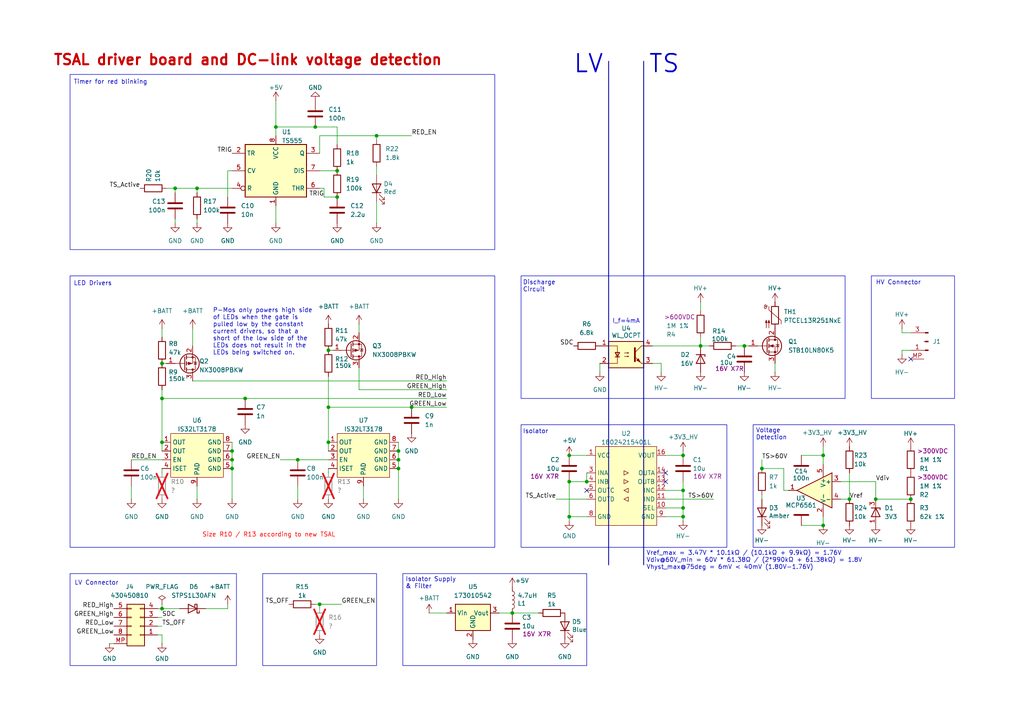
<source format=kicad_sch>
(kicad_sch
	(version 20231120)
	(generator "eeschema")
	(generator_version "8.0")
	(uuid "9debd449-8605-4af8-8da9-c3a8b6bcfdf0")
	(paper "A4")
	
	(junction
		(at 203.2 100.33)
		(diameter 0)
		(color 0 0 0 0)
		(uuid "026eb91c-0463-4bf3-8429-bb33d90c4ba8")
	)
	(junction
		(at 46.99 105.41)
		(diameter 0)
		(color 0 0 0 0)
		(uuid "0684212b-6cd4-4a56-a1fc-cf0157ab846c")
	)
	(junction
		(at 67.31 133.35)
		(diameter 0)
		(color 0 0 0 0)
		(uuid "0b8e9d0e-2844-47b1-a292-a66c081a0afc")
	)
	(junction
		(at 46.99 176.53)
		(diameter 0)
		(color 0 0 0 0)
		(uuid "0d0ae59d-5335-41ed-b9a4-f743ae90e047")
	)
	(junction
		(at 71.12 115.57)
		(diameter 0)
		(color 0 0 0 0)
		(uuid "1174483f-d433-4b40-8af7-67fab2563a72")
	)
	(junction
		(at 80.01 36.83)
		(diameter 0)
		(color 0 0 0 0)
		(uuid "23cf559d-4a68-4f8c-9117-c7ed08cb84fe")
	)
	(junction
		(at 119.38 118.11)
		(diameter 0)
		(color 0 0 0 0)
		(uuid "2897bc79-f091-42d0-8506-a30f02fe2d12")
	)
	(junction
		(at 264.16 144.78)
		(diameter 0)
		(color 0 0 0 0)
		(uuid "382b71dd-5c52-4a1d-b4d2-5189fa6e82d3")
	)
	(junction
		(at 46.99 115.57)
		(diameter 0)
		(color 0 0 0 0)
		(uuid "39822b08-98bc-4493-8fd3-202a068f2a19")
	)
	(junction
		(at 109.22 39.37)
		(diameter 0)
		(color 0 0 0 0)
		(uuid "4305f45e-f1a4-4c60-86d0-ead3bf8575e6")
	)
	(junction
		(at 57.15 54.61)
		(diameter 0)
		(color 0 0 0 0)
		(uuid "443a87a0-ff81-4a2c-8d16-2b84b9d88395")
	)
	(junction
		(at 238.76 132.08)
		(diameter 0)
		(color 0 0 0 0)
		(uuid "4cda064a-c57a-4a45-ad9f-6a73bd1cda61")
	)
	(junction
		(at 220.98 135.89)
		(diameter 0)
		(color 0 0 0 0)
		(uuid "4f586983-1835-4156-89d0-0d64c9781236")
	)
	(junction
		(at 198.12 149.86)
		(diameter 0)
		(color 0 0 0 0)
		(uuid "59902c70-bc3d-4957-a451-1c4c5230d274")
	)
	(junction
		(at 254 144.78)
		(diameter 0)
		(color 0 0 0 0)
		(uuid "657e5819-922b-4878-b7e8-86a3439b8959")
	)
	(junction
		(at 91.44 36.83)
		(diameter 0)
		(color 0 0 0 0)
		(uuid "72c533a0-f633-4f66-bdad-5d4f01f42b33")
	)
	(junction
		(at 198.12 142.24)
		(diameter 0)
		(color 0 0 0 0)
		(uuid "77327ac1-9df2-4a76-ab33-5eabc54b8bdf")
	)
	(junction
		(at 165.1 132.08)
		(diameter 0)
		(color 0 0 0 0)
		(uuid "7abc57d9-8671-4a8c-9b33-3f4d2cffd114")
	)
	(junction
		(at 95.25 128.27)
		(diameter 0)
		(color 0 0 0 0)
		(uuid "8320d1e9-b83e-494a-a1de-ff47d179a262")
	)
	(junction
		(at 115.57 135.89)
		(diameter 0)
		(color 0 0 0 0)
		(uuid "8f38404e-f801-46df-ac64-423d9bc13f39")
	)
	(junction
		(at 67.31 135.89)
		(diameter 0)
		(color 0 0 0 0)
		(uuid "92681660-35f1-4a8a-9f79-1241ab1d160b")
	)
	(junction
		(at 50.8 54.61)
		(diameter 0)
		(color 0 0 0 0)
		(uuid "93b9162b-86dc-4b9a-bde8-9f1ad8f8fa5e")
	)
	(junction
		(at 92.71 175.26)
		(diameter 0)
		(color 0 0 0 0)
		(uuid "985f8b32-62df-477e-b306-8c5a380159f8")
	)
	(junction
		(at 86.36 133.35)
		(diameter 0)
		(color 0 0 0 0)
		(uuid "9b6ebfac-2946-4494-bc7c-274e0e6bb7a2")
	)
	(junction
		(at 165.1 139.7)
		(diameter 0)
		(color 0 0 0 0)
		(uuid "9dd5d57c-1053-42aa-b3aa-83c966314b07")
	)
	(junction
		(at 198.12 132.08)
		(diameter 0)
		(color 0 0 0 0)
		(uuid "9e2cac65-7086-4064-822b-4c4f67c08068")
	)
	(junction
		(at 246.38 144.78)
		(diameter 0)
		(color 0 0 0 0)
		(uuid "a32d6c63-9cba-46f7-9d81-d37457a84b1d")
	)
	(junction
		(at 46.99 128.27)
		(diameter 0)
		(color 0 0 0 0)
		(uuid "a79006a8-0c30-4d13-8fec-52df3743d4bb")
	)
	(junction
		(at 97.79 49.53)
		(diameter 0)
		(color 0 0 0 0)
		(uuid "aa60be46-fb65-447d-b063-aa27086b5fed")
	)
	(junction
		(at 97.79 57.15)
		(diameter 0)
		(color 0 0 0 0)
		(uuid "b156aa98-9bd1-4637-b720-e1f080bcba89")
	)
	(junction
		(at 215.9 100.33)
		(diameter 0)
		(color 0 0 0 0)
		(uuid "b72b0169-a409-42bc-b338-87cd9bb90bb3")
	)
	(junction
		(at 115.57 130.81)
		(diameter 0)
		(color 0 0 0 0)
		(uuid "b90de574-f3cb-42f9-84cf-f72e65de7c8d")
	)
	(junction
		(at 148.59 177.8)
		(diameter 0)
		(color 0 0 0 0)
		(uuid "c0c92021-f951-4e8b-89f0-18795e51dd4e")
	)
	(junction
		(at 165.1 149.86)
		(diameter 0)
		(color 0 0 0 0)
		(uuid "c609c50b-2fda-418f-840d-6b46602b8051")
	)
	(junction
		(at 95.25 118.11)
		(diameter 0)
		(color 0 0 0 0)
		(uuid "d12b8e07-d9e1-4ce7-b4d3-2e0e3ab9167e")
	)
	(junction
		(at 198.12 147.32)
		(diameter 0)
		(color 0 0 0 0)
		(uuid "e4aeeb52-9e38-4a9e-9df2-b70ffdd725a1")
	)
	(junction
		(at 238.76 152.4)
		(diameter 0)
		(color 0 0 0 0)
		(uuid "e63968a4-ed18-4950-8f88-de54603c0dc7")
	)
	(junction
		(at 95.25 101.6)
		(diameter 0)
		(color 0 0 0 0)
		(uuid "f45a437a-f547-45ff-8871-b94936094082")
	)
	(junction
		(at 170.18 139.7)
		(diameter 0)
		(color 0 0 0 0)
		(uuid "f7ca4080-03f2-41e8-ae9b-cf758b11a7b2")
	)
	(junction
		(at 115.57 133.35)
		(diameter 0)
		(color 0 0 0 0)
		(uuid "f83f125f-5534-467d-b8c5-98ea87f028a7")
	)
	(junction
		(at 67.31 130.81)
		(diameter 0)
		(color 0 0 0 0)
		(uuid "fa0e6825-f75e-4603-842f-c8d8eb841e57")
	)
	(no_connect
		(at 193.04 139.7)
		(uuid "8d4a1ff3-a7e8-43e7-b7a4-bca41d382e7f")
	)
	(no_connect
		(at 170.18 142.24)
		(uuid "a912002f-e658-401e-963d-bcfa5bc8b9f1")
	)
	(no_connect
		(at 264.16 104.14)
		(uuid "b1318072-d309-4b86-b8b1-5be0bd26c97a")
	)
	(no_connect
		(at 193.04 137.16)
		(uuid "c5b2c002-63e8-49a8-bb04-b4b4c97ccb07")
	)
	(wire
		(pts
			(xy 109.22 50.8) (xy 109.22 48.26)
		)
		(stroke
			(width 0)
			(type default)
		)
		(uuid "08cc3faa-8e13-4765-a5d4-7767a9ecf483")
	)
	(wire
		(pts
			(xy 95.25 109.22) (xy 95.25 118.11)
		)
		(stroke
			(width 0)
			(type default)
		)
		(uuid "0e5fa01f-888b-4da0-8051-abb505d0d6f1")
	)
	(wire
		(pts
			(xy 59.69 176.53) (xy 66.04 176.53)
		)
		(stroke
			(width 0)
			(type default)
		)
		(uuid "137f574a-093f-43fd-a924-77d10ba729a2")
	)
	(wire
		(pts
			(xy 80.01 29.21) (xy 80.01 36.83)
		)
		(stroke
			(width 0)
			(type default)
		)
		(uuid "14746dbc-b585-42b3-9b2a-d8198cd94899")
	)
	(wire
		(pts
			(xy 198.12 139.7) (xy 198.12 142.24)
		)
		(stroke
			(width 0)
			(type default)
		)
		(uuid "16e17406-0e85-413b-8013-a3deb6fec630")
	)
	(wire
		(pts
			(xy 67.31 128.27) (xy 67.31 130.81)
		)
		(stroke
			(width 0)
			(type default)
		)
		(uuid "177216d3-aa67-4b09-93e4-982ba0afb4d1")
	)
	(wire
		(pts
			(xy 57.15 64.77) (xy 57.15 63.5)
		)
		(stroke
			(width 0)
			(type default)
		)
		(uuid "17f0aba9-ed7e-4491-ad5b-0fc356e93e90")
	)
	(wire
		(pts
			(xy 91.44 36.83) (xy 97.79 36.83)
		)
		(stroke
			(width 0)
			(type default)
		)
		(uuid "19aa88ca-2a44-4ac0-b740-e0e9f7a458e7")
	)
	(wire
		(pts
			(xy 86.36 140.97) (xy 86.36 144.78)
		)
		(stroke
			(width 0)
			(type default)
		)
		(uuid "1fda1f05-694c-4e90-819e-8a629dae2ed5")
	)
	(wire
		(pts
			(xy 198.12 132.08) (xy 198.12 130.81)
		)
		(stroke
			(width 0)
			(type default)
		)
		(uuid "229d8bd6-fbd2-4f9b-8fcd-c9c9af1b9d6a")
	)
	(wire
		(pts
			(xy 92.71 39.37) (xy 92.71 44.45)
		)
		(stroke
			(width 0)
			(type default)
		)
		(uuid "281f7ef5-6196-4c4d-8a6f-a09da9564a67")
	)
	(wire
		(pts
			(xy 80.01 36.83) (xy 80.01 39.37)
		)
		(stroke
			(width 0)
			(type default)
		)
		(uuid "2a306894-5303-4385-b9ae-fdb5850377b0")
	)
	(wire
		(pts
			(xy 92.71 175.26) (xy 99.06 175.26)
		)
		(stroke
			(width 0)
			(type default)
		)
		(uuid "2aebcb75-7a2e-4b21-a27a-5316a1ec930d")
	)
	(wire
		(pts
			(xy 104.14 106.68) (xy 104.14 113.03)
		)
		(stroke
			(width 0)
			(type default)
		)
		(uuid "2b5de279-e99c-46c0-99fd-0c659ebc8ed7")
	)
	(wire
		(pts
			(xy 93.98 54.61) (xy 92.71 54.61)
		)
		(stroke
			(width 0)
			(type default)
		)
		(uuid "2c61c43a-f690-4c26-8cd4-a323021cd220")
	)
	(wire
		(pts
			(xy 46.99 179.07) (xy 45.72 179.07)
		)
		(stroke
			(width 0)
			(type default)
		)
		(uuid "2eca4e06-2093-4d02-a8cd-4b2680d09d37")
	)
	(wire
		(pts
			(xy 104.14 113.03) (xy 129.54 113.03)
		)
		(stroke
			(width 0)
			(type default)
		)
		(uuid "2f155a4b-0a96-4264-8223-66d34f156009")
	)
	(wire
		(pts
			(xy 46.99 135.89) (xy 46.99 137.16)
		)
		(stroke
			(width 0)
			(type default)
		)
		(uuid "3095f70c-fbe4-4463-b6aa-958043cd01f8")
	)
	(wire
		(pts
			(xy 148.59 177.8) (xy 156.21 177.8)
		)
		(stroke
			(width 0)
			(type default)
		)
		(uuid "30af1a62-562f-425a-8b10-46fbf83fdfef")
	)
	(wire
		(pts
			(xy 165.1 149.86) (xy 170.18 149.86)
		)
		(stroke
			(width 0)
			(type default)
		)
		(uuid "34071f44-e945-4188-9f0e-b28c8100bcc6")
	)
	(wire
		(pts
			(xy 86.36 133.35) (xy 95.25 133.35)
		)
		(stroke
			(width 0)
			(type default)
		)
		(uuid "3b016e8a-4566-4e17-8c59-651ec595fb40")
	)
	(wire
		(pts
			(xy 57.15 140.97) (xy 57.15 144.78)
		)
		(stroke
			(width 0)
			(type default)
		)
		(uuid "3e26c73b-bc6c-4c5e-8226-fa4e1c12feba")
	)
	(wire
		(pts
			(xy 66.04 176.53) (xy 66.04 175.26)
		)
		(stroke
			(width 0)
			(type default)
		)
		(uuid "3f359a46-9f55-4340-80b6-b48f3763946b")
	)
	(wire
		(pts
			(xy 238.76 129.54) (xy 238.76 132.08)
		)
		(stroke
			(width 0)
			(type default)
		)
		(uuid "3ff5ec8a-c24a-4f0a-ba51-ddef81d05084")
	)
	(wire
		(pts
			(xy 193.04 132.08) (xy 198.12 132.08)
		)
		(stroke
			(width 0)
			(type default)
		)
		(uuid "4123c7c1-832a-47b2-95d5-8836ac8a8692")
	)
	(wire
		(pts
			(xy 227.33 135.89) (xy 227.33 142.24)
		)
		(stroke
			(width 0)
			(type default)
		)
		(uuid "41e7cf06-a711-455b-b091-f14c3e1001ab")
	)
	(wire
		(pts
			(xy 261.62 101.6) (xy 261.62 102.87)
		)
		(stroke
			(width 0)
			(type default)
		)
		(uuid "42efea56-adb7-477c-b8ad-4c425decf850")
	)
	(wire
		(pts
			(xy 161.29 144.78) (xy 170.18 144.78)
		)
		(stroke
			(width 0)
			(type default)
		)
		(uuid "4a01bf21-de9e-4c3c-8873-9d1870a780ee")
	)
	(wire
		(pts
			(xy 198.12 151.13) (xy 198.12 149.86)
		)
		(stroke
			(width 0)
			(type default)
		)
		(uuid "4dfd2e6c-39e9-4e9a-b27a-7ddd594af91f")
	)
	(wire
		(pts
			(xy 109.22 39.37) (xy 119.38 39.37)
		)
		(stroke
			(width 0)
			(type default)
		)
		(uuid "4e7bbd84-902d-434f-b713-00abfad86234")
	)
	(wire
		(pts
			(xy 264.16 101.6) (xy 261.62 101.6)
		)
		(stroke
			(width 0)
			(type default)
		)
		(uuid "516561c0-65eb-4cc8-b3dd-564575badfdf")
	)
	(wire
		(pts
			(xy 124.46 177.8) (xy 129.54 177.8)
		)
		(stroke
			(width 0)
			(type default)
		)
		(uuid "51949801-c3a8-4bd0-aaa9-7729a3309c6c")
	)
	(wire
		(pts
			(xy 95.25 135.89) (xy 95.25 137.16)
		)
		(stroke
			(width 0)
			(type default)
		)
		(uuid "5797287a-0b8e-462b-9d40-1ff99e74a4d4")
	)
	(wire
		(pts
			(xy 55.88 110.49) (xy 129.54 110.49)
		)
		(stroke
			(width 0)
			(type default)
		)
		(uuid "5b1e6499-213f-4fe5-bdd5-8d401430d309")
	)
	(wire
		(pts
			(xy 227.33 142.24) (xy 228.6 142.24)
		)
		(stroke
			(width 0)
			(type default)
		)
		(uuid "5b89e798-1eb4-40db-9684-eccf21e75fe6")
	)
	(wire
		(pts
			(xy 50.8 54.61) (xy 50.8 55.88)
		)
		(stroke
			(width 0)
			(type default)
		)
		(uuid "5c0b9e16-ef71-42f7-8cd1-4204c4ce4c4b")
	)
	(wire
		(pts
			(xy 80.01 59.69) (xy 80.01 64.77)
		)
		(stroke
			(width 0)
			(type default)
		)
		(uuid "5ceacfff-675a-4505-af03-7252b7df055c")
	)
	(wire
		(pts
			(xy 46.99 176.53) (xy 46.99 175.26)
		)
		(stroke
			(width 0)
			(type default)
		)
		(uuid "5da8f322-81db-4457-815f-573a7cfc4736")
	)
	(wire
		(pts
			(xy 238.76 132.08) (xy 238.76 134.62)
		)
		(stroke
			(width 0)
			(type default)
		)
		(uuid "5eba613d-3f28-4f67-984d-15be61e6aa23")
	)
	(wire
		(pts
			(xy 93.98 54.61) (xy 93.98 57.15)
		)
		(stroke
			(width 0)
			(type default)
		)
		(uuid "60b1a118-c444-45c8-b2aa-3f722f52d325")
	)
	(wire
		(pts
			(xy 46.99 105.41) (xy 48.26 105.41)
		)
		(stroke
			(width 0)
			(type default)
		)
		(uuid "610f16f0-3a40-4796-8875-5cb39a6c613d")
	)
	(wire
		(pts
			(xy 193.04 144.78) (xy 207.01 144.78)
		)
		(stroke
			(width 0)
			(type default)
		)
		(uuid "63ec55bc-94ab-49d7-b638-9048a08d6bc6")
	)
	(wire
		(pts
			(xy 220.98 143.51) (xy 220.98 144.78)
		)
		(stroke
			(width 0)
			(type default)
		)
		(uuid "64659341-fa1a-4c37-87d4-26c477530b61")
	)
	(wire
		(pts
			(xy 246.38 144.78) (xy 243.84 144.78)
		)
		(stroke
			(width 0)
			(type default)
		)
		(uuid "65c6d023-27ad-4fe3-8c23-dd87be36385a")
	)
	(wire
		(pts
			(xy 46.99 176.53) (xy 45.72 176.53)
		)
		(stroke
			(width 0)
			(type default)
		)
		(uuid "674e15e9-b1fa-4f55-8646-913c7c438973")
	)
	(wire
		(pts
			(xy 203.2 87.63) (xy 203.2 90.17)
		)
		(stroke
			(width 0)
			(type default)
		)
		(uuid "69c23500-65df-4f5b-9dc6-65450a94e814")
	)
	(wire
		(pts
			(xy 193.04 149.86) (xy 198.12 149.86)
		)
		(stroke
			(width 0)
			(type default)
		)
		(uuid "6ec11311-5915-4596-9ae0-0d27c4a8047b")
	)
	(wire
		(pts
			(xy 67.31 135.89) (xy 67.31 144.78)
		)
		(stroke
			(width 0)
			(type default)
		)
		(uuid "716bcd72-d402-4f0a-ba82-e1a6a3225263")
	)
	(wire
		(pts
			(xy 198.12 149.86) (xy 198.12 147.32)
		)
		(stroke
			(width 0)
			(type default)
		)
		(uuid "74239838-dc30-40f2-9177-ba3ec68566de")
	)
	(wire
		(pts
			(xy 109.22 40.64) (xy 109.22 39.37)
		)
		(stroke
			(width 0)
			(type default)
		)
		(uuid "74744c2d-6f74-4a63-8265-15e7bcdadc8d")
	)
	(wire
		(pts
			(xy 224.79 107.95) (xy 224.79 105.41)
		)
		(stroke
			(width 0)
			(type default)
		)
		(uuid "763ca273-69bc-4ea7-b7f2-385d2de19e1f")
	)
	(wire
		(pts
			(xy 189.23 100.33) (xy 203.2 100.33)
		)
		(stroke
			(width 0)
			(type default)
		)
		(uuid "76d112dc-c4d8-4560-bf67-25425a15e51b")
	)
	(wire
		(pts
			(xy 203.2 100.33) (xy 205.74 100.33)
		)
		(stroke
			(width 0)
			(type default)
		)
		(uuid "76f2e9cb-0bc1-494a-b44a-d0a45c4841b7")
	)
	(wire
		(pts
			(xy 193.04 142.24) (xy 198.12 142.24)
		)
		(stroke
			(width 0)
			(type default)
		)
		(uuid "7941d173-e121-46a4-ab88-f7610a7a3b19")
	)
	(wire
		(pts
			(xy 46.99 128.27) (xy 46.99 115.57)
		)
		(stroke
			(width 0)
			(type default)
		)
		(uuid "79fdeea7-a811-4679-bf8d-41883ace9c46")
	)
	(wire
		(pts
			(xy 109.22 39.37) (xy 92.71 39.37)
		)
		(stroke
			(width 0)
			(type default)
		)
		(uuid "7a80359c-8dde-4ad4-94ec-643d915dc2cc")
	)
	(wire
		(pts
			(xy 67.31 49.53) (xy 66.04 49.53)
		)
		(stroke
			(width 0)
			(type default)
		)
		(uuid "7e68fbcf-daa3-429c-b7b5-7af4edb806c4")
	)
	(wire
		(pts
			(xy 50.8 63.5) (xy 50.8 64.77)
		)
		(stroke
			(width 0)
			(type default)
		)
		(uuid "7fffe215-f32a-46bc-bcb7-db0d487c7091")
	)
	(wire
		(pts
			(xy 38.1 140.97) (xy 38.1 144.78)
		)
		(stroke
			(width 0)
			(type default)
		)
		(uuid "83adce8b-f9e0-4f83-a31f-84a555389e21")
	)
	(wire
		(pts
			(xy 232.41 152.4) (xy 238.76 152.4)
		)
		(stroke
			(width 0)
			(type default)
		)
		(uuid "84284e2b-fa8f-4c13-96eb-25cccc055d52")
	)
	(wire
		(pts
			(xy 191.77 107.95) (xy 191.77 105.41)
		)
		(stroke
			(width 0)
			(type default)
		)
		(uuid "85c6a4a9-2a58-45e1-b2e8-8ed6800b4311")
	)
	(wire
		(pts
			(xy 215.9 100.33) (xy 217.17 100.33)
		)
		(stroke
			(width 0)
			(type default)
		)
		(uuid "86f397cb-8487-4b2c-9bc3-10fba66a8d29")
	)
	(wire
		(pts
			(xy 203.2 97.79) (xy 203.2 100.33)
		)
		(stroke
			(width 0)
			(type default)
		)
		(uuid "87b6faf2-4214-4f30-9c03-bfc24ca489b6")
	)
	(wire
		(pts
			(xy 95.25 101.6) (xy 96.52 101.6)
		)
		(stroke
			(width 0)
			(type default)
		)
		(uuid "8a735b3d-34cb-4e5c-8bce-312df18d31a8")
	)
	(wire
		(pts
			(xy 97.79 41.91) (xy 97.79 36.83)
		)
		(stroke
			(width 0)
			(type default)
		)
		(uuid "8cf03936-ed06-4b6b-80e2-98b30aa54768")
	)
	(wire
		(pts
			(xy 67.31 130.81) (xy 67.31 133.35)
		)
		(stroke
			(width 0)
			(type default)
		)
		(uuid "8d318f9a-533d-482a-b1e3-7b8844030ad0")
	)
	(wire
		(pts
			(xy 92.71 49.53) (xy 97.79 49.53)
		)
		(stroke
			(width 0)
			(type default)
		)
		(uuid "91c32884-100c-438c-bf5d-58556ec9eb2c")
	)
	(polyline
		(pts
			(xy 176.53 17.78) (xy 176.53 163.83)
		)
		(stroke
			(width 0.254)
			(type default)
			(color 0 0 162 0.3137254902)
		)
		(uuid "93446e12-8872-4999-aa10-3d8244057946")
	)
	(wire
		(pts
			(xy 213.36 100.33) (xy 215.9 100.33)
		)
		(stroke
			(width 0)
			(type default)
		)
		(uuid "94d31da6-e66c-42e5-9bdd-7ed5471c24e9")
	)
	(wire
		(pts
			(xy 261.62 96.52) (xy 264.16 96.52)
		)
		(stroke
			(width 0)
			(type default)
		)
		(uuid "977ff348-f8b0-4f0b-8456-2e5206d8564f")
	)
	(wire
		(pts
			(xy 232.41 132.08) (xy 238.76 132.08)
		)
		(stroke
			(width 0)
			(type default)
		)
		(uuid "98c62ab7-c00e-4254-88ad-53db49c9628f")
	)
	(wire
		(pts
			(xy 104.14 93.98) (xy 104.14 96.52)
		)
		(stroke
			(width 0)
			(type default)
		)
		(uuid "9a4e7cca-5130-47c9-b3bc-13c11a9a2105")
	)
	(wire
		(pts
			(xy 46.99 184.15) (xy 45.72 184.15)
		)
		(stroke
			(width 0)
			(type default)
		)
		(uuid "9cbb5b4b-2d7b-4f1c-9c45-2b520b1717ef")
	)
	(wire
		(pts
			(xy 193.04 147.32) (xy 198.12 147.32)
		)
		(stroke
			(width 0)
			(type default)
		)
		(uuid "9cd099f2-df6e-47fb-96eb-5c8cec3538ce")
	)
	(wire
		(pts
			(xy 189.23 105.41) (xy 191.77 105.41)
		)
		(stroke
			(width 0)
			(type default)
		)
		(uuid "9cf0f3a8-6b74-4479-b75a-0b8d6ae0f62d")
	)
	(wire
		(pts
			(xy 261.62 96.52) (xy 261.62 95.25)
		)
		(stroke
			(width 0)
			(type default)
		)
		(uuid "9fd93f4e-9c1f-42a1-a38f-3dcc276cb349")
	)
	(wire
		(pts
			(xy 80.01 36.83) (xy 91.44 36.83)
		)
		(stroke
			(width 0)
			(type default)
		)
		(uuid "a0d2bfb7-68dc-42be-b022-2ecc8de61027")
	)
	(wire
		(pts
			(xy 105.41 140.97) (xy 105.41 144.78)
		)
		(stroke
			(width 0)
			(type default)
		)
		(uuid "a1a3ff77-2de9-4e69-9e13-e67afd22e7d9")
	)
	(wire
		(pts
			(xy 48.26 54.61) (xy 50.8 54.61)
		)
		(stroke
			(width 0)
			(type default)
		)
		(uuid "a1db2584-95d3-4bf7-9adb-abc94678c63a")
	)
	(wire
		(pts
			(xy 95.25 128.27) (xy 95.25 130.81)
		)
		(stroke
			(width 0)
			(type default)
		)
		(uuid "a71b51c6-9dae-4fa6-8f22-d8964efee844")
	)
	(wire
		(pts
			(xy 119.38 118.11) (xy 129.54 118.11)
		)
		(stroke
			(width 0)
			(type default)
		)
		(uuid "a98109a1-8b03-49ba-ae6e-77bce6ff401a")
	)
	(wire
		(pts
			(xy 238.76 152.4) (xy 238.76 149.86)
		)
		(stroke
			(width 0)
			(type default)
		)
		(uuid "ae4820f6-b872-4c6d-af0c-45ea5cc5b7bc")
	)
	(wire
		(pts
			(xy 144.78 177.8) (xy 148.59 177.8)
		)
		(stroke
			(width 0)
			(type default)
		)
		(uuid "aece7f3e-8357-4bbb-aca4-2c2c7705c932")
	)
	(wire
		(pts
			(xy 46.99 115.57) (xy 71.12 115.57)
		)
		(stroke
			(width 0)
			(type default)
		)
		(uuid "b25449d1-cef0-4f6c-a7ca-2f7b8ae67bd5")
	)
	(wire
		(pts
			(xy 254 144.78) (xy 254 139.7)
		)
		(stroke
			(width 0)
			(type default)
		)
		(uuid "b4edd754-ff1b-4c8d-a27b-8a07a2ed05f1")
	)
	(wire
		(pts
			(xy 46.99 113.03) (xy 46.99 115.57)
		)
		(stroke
			(width 0)
			(type default)
		)
		(uuid "b5dd2cae-db7f-46b6-bc64-fdafa3ab2830")
	)
	(wire
		(pts
			(xy 46.99 176.53) (xy 52.07 176.53)
		)
		(stroke
			(width 0)
			(type default)
		)
		(uuid "b6f96d5d-b8a9-47db-b129-b1aaae922abc")
	)
	(wire
		(pts
			(xy 81.28 133.35) (xy 86.36 133.35)
		)
		(stroke
			(width 0)
			(type default)
		)
		(uuid "ba595097-ef72-4be0-a81b-3f69ac6dc061")
	)
	(wire
		(pts
			(xy 220.98 133.35) (xy 220.98 135.89)
		)
		(stroke
			(width 0)
			(type default)
		)
		(uuid "bb6050b7-e300-478c-a700-f7e13a77b558")
	)
	(wire
		(pts
			(xy 71.12 115.57) (xy 129.54 115.57)
		)
		(stroke
			(width 0)
			(type default)
		)
		(uuid "c3517ed0-5916-4e21-bfeb-6768f868fd3f")
	)
	(wire
		(pts
			(xy 165.1 139.7) (xy 170.18 139.7)
		)
		(stroke
			(width 0)
			(type default)
		)
		(uuid "c4162fec-d33d-48bf-81da-987a88c74724")
	)
	(polyline
		(pts
			(xy 186.69 17.78) (xy 186.69 163.83)
		)
		(stroke
			(width 0.254)
			(type default)
			(color 0 0 162 0.3137254902)
		)
		(uuid "c6016b43-33f4-4b64-99c9-baac37034c3b")
	)
	(wire
		(pts
			(xy 198.12 147.32) (xy 198.12 142.24)
		)
		(stroke
			(width 0)
			(type default)
		)
		(uuid "c8151381-acb0-4fc9-903e-fa8035e4a6ab")
	)
	(wire
		(pts
			(xy 165.1 139.7) (xy 165.1 149.86)
		)
		(stroke
			(width 0)
			(type default)
		)
		(uuid "c88a330b-c512-438e-a36f-9209419b6f19")
	)
	(wire
		(pts
			(xy 55.88 95.25) (xy 55.88 100.33)
		)
		(stroke
			(width 0)
			(type default)
		)
		(uuid "c97440a5-529a-4b00-9c8a-7e22678aa27a")
	)
	(wire
		(pts
			(xy 115.57 130.81) (xy 115.57 133.35)
		)
		(stroke
			(width 0)
			(type default)
		)
		(uuid "cab3c9f3-25e5-4086-b30e-c402143fc906")
	)
	(wire
		(pts
			(xy 109.22 58.42) (xy 109.22 64.77)
		)
		(stroke
			(width 0)
			(type default)
		)
		(uuid "cb7c0127-51e0-4d29-81ba-23f0dddee6b3")
	)
	(wire
		(pts
			(xy 46.99 186.69) (xy 46.99 184.15)
		)
		(stroke
			(width 0)
			(type default)
		)
		(uuid "cd51db21-7a69-40ab-8813-6cff9f81b1df")
	)
	(wire
		(pts
			(xy 173.99 107.95) (xy 173.99 105.41)
		)
		(stroke
			(width 0)
			(type default)
		)
		(uuid "d1ab1a52-61a5-421f-867c-d622c823f65e")
	)
	(wire
		(pts
			(xy 57.15 55.88) (xy 57.15 54.61)
		)
		(stroke
			(width 0)
			(type default)
		)
		(uuid "d3e62aeb-0c84-4d0f-a878-f1638a4385b7")
	)
	(wire
		(pts
			(xy 170.18 137.16) (xy 170.18 139.7)
		)
		(stroke
			(width 0)
			(type default)
		)
		(uuid "dbaca429-ce07-428b-b53f-fc8239c6133a")
	)
	(wire
		(pts
			(xy 95.25 118.11) (xy 95.25 128.27)
		)
		(stroke
			(width 0)
			(type default)
		)
		(uuid "de1c3265-5b8c-4f3a-9f10-6be17180df1a")
	)
	(wire
		(pts
			(xy 57.15 54.61) (xy 67.31 54.61)
		)
		(stroke
			(width 0)
			(type default)
		)
		(uuid "e0ab9f23-9ff3-49be-8a3b-93b94101a522")
	)
	(wire
		(pts
			(xy 46.99 181.61) (xy 45.72 181.61)
		)
		(stroke
			(width 0)
			(type default)
		)
		(uuid "e2f1c083-ce12-4788-b39b-5f2409e9f916")
	)
	(wire
		(pts
			(xy 92.71 176.53) (xy 92.71 175.26)
		)
		(stroke
			(width 0)
			(type default)
		)
		(uuid "e30f0bf8-4660-40da-bc2f-5ae20153ce53")
	)
	(wire
		(pts
			(xy 115.57 133.35) (xy 115.57 135.89)
		)
		(stroke
			(width 0)
			(type default)
		)
		(uuid "e3c12d6a-993a-471e-8393-e1d8f1af4c2d")
	)
	(wire
		(pts
			(xy 115.57 128.27) (xy 115.57 130.81)
		)
		(stroke
			(width 0)
			(type default)
		)
		(uuid "e4d90a6c-63a5-4ce7-9a61-f19bf3b47f7b")
	)
	(wire
		(pts
			(xy 91.44 175.26) (xy 92.71 175.26)
		)
		(stroke
			(width 0)
			(type default)
		)
		(uuid "e5bfb8d7-61db-4d62-ae2a-26383582b8e1")
	)
	(wire
		(pts
			(xy 95.25 118.11) (xy 119.38 118.11)
		)
		(stroke
			(width 0)
			(type default)
		)
		(uuid "e5ef6f88-448f-4db7-8b95-dc2f16814e62")
	)
	(wire
		(pts
			(xy 38.1 133.35) (xy 46.99 133.35)
		)
		(stroke
			(width 0)
			(type default)
		)
		(uuid "eab4768c-ba16-4ce4-b7ad-8fc9d6d87bc6")
	)
	(wire
		(pts
			(xy 170.18 132.08) (xy 165.1 132.08)
		)
		(stroke
			(width 0)
			(type default)
		)
		(uuid "ec35287f-a6ab-453d-b58b-4921db9571b4")
	)
	(wire
		(pts
			(xy 254 144.78) (xy 264.16 144.78)
		)
		(stroke
			(width 0)
			(type default)
		)
		(uuid "efc14bc2-ba36-41c9-bf78-2d56e175b0f0")
	)
	(wire
		(pts
			(xy 66.04 49.53) (xy 66.04 57.15)
		)
		(stroke
			(width 0)
			(type default)
		)
		(uuid "f03928b4-2ff8-4678-ae2e-b2da3fe13789")
	)
	(wire
		(pts
			(xy 254 139.7) (xy 243.84 139.7)
		)
		(stroke
			(width 0)
			(type default)
		)
		(uuid "f144acb6-984e-4e26-914f-127d98731133")
	)
	(wire
		(pts
			(xy 115.57 135.89) (xy 115.57 144.78)
		)
		(stroke
			(width 0)
			(type default)
		)
		(uuid "f171e986-8295-4f4e-be69-4ce0bea275d3")
	)
	(wire
		(pts
			(xy 93.98 57.15) (xy 97.79 57.15)
		)
		(stroke
			(width 0)
			(type default)
		)
		(uuid "f1891d3c-1225-42e4-b9bb-33fec4330211")
	)
	(wire
		(pts
			(xy 46.99 95.25) (xy 46.99 97.79)
		)
		(stroke
			(width 0)
			(type default)
		)
		(uuid "f29dfab2-f044-4de1-a893-1b6b2a1ee045")
	)
	(wire
		(pts
			(xy 46.99 128.27) (xy 46.99 130.81)
		)
		(stroke
			(width 0)
			(type default)
		)
		(uuid "f343a2b7-93be-4ab0-8d24-98768a5154ca")
	)
	(wire
		(pts
			(xy 50.8 54.61) (xy 57.15 54.61)
		)
		(stroke
			(width 0)
			(type default)
		)
		(uuid "f616a9a2-32a8-4be4-baea-a34449a37045")
	)
	(wire
		(pts
			(xy 220.98 135.89) (xy 227.33 135.89)
		)
		(stroke
			(width 0)
			(type default)
		)
		(uuid "f6299c65-6439-4c8d-92a3-fc04fce62441")
	)
	(wire
		(pts
			(xy 67.31 133.35) (xy 67.31 135.89)
		)
		(stroke
			(width 0)
			(type default)
		)
		(uuid "f634fedb-a619-4e10-8fb4-3746d93f0a0f")
	)
	(wire
		(pts
			(xy 31.75 186.69) (xy 33.02 186.69)
		)
		(stroke
			(width 0)
			(type default)
		)
		(uuid "f74d19bf-8e6a-4764-a21a-056b08da720f")
	)
	(wire
		(pts
			(xy 165.1 151.13) (xy 165.1 149.86)
		)
		(stroke
			(width 0)
			(type default)
		)
		(uuid "f7df42ec-4b3c-4802-9a7e-433b8dc41143")
	)
	(wire
		(pts
			(xy 246.38 137.16) (xy 246.38 144.78)
		)
		(stroke
			(width 0)
			(type default)
		)
		(uuid "fb66c788-6f32-4c76-abda-f90ebba1a09d")
	)
	(rectangle
		(start 218.44 123.19)
		(end 276.86 158.75)
		(stroke
			(width 0)
			(type default)
		)
		(fill
			(type none)
		)
		(uuid 01fed345-fb0e-4438-8683-f6edb25b6a91)
	)
	(rectangle
		(start 151.13 123.19)
		(end 210.82 158.75)
		(stroke
			(width 0)
			(type default)
		)
		(fill
			(type none)
		)
		(uuid 25e65339-0734-438b-8d87-a0ea641d99f1)
	)
	(rectangle
		(start 20.32 21.59)
		(end 143.51 72.39)
		(stroke
			(width 0)
			(type default)
		)
		(fill
			(type none)
		)
		(uuid 47e70481-caa6-40e6-bd1d-661c6a983805)
	)
	(rectangle
		(start 20.32 80.01)
		(end 143.51 158.75)
		(stroke
			(width 0)
			(type default)
		)
		(fill
			(type none)
		)
		(uuid 4ff4e1dd-d613-4552-b94a-4d8ecbb26631)
	)
	(rectangle
		(start 76.2 166.37)
		(end 109.22 193.04)
		(stroke
			(width 0)
			(type default)
		)
		(fill
			(type none)
		)
		(uuid 57f1f181-f5da-4c6f-b30f-00170b7564e4)
	)
	(rectangle
		(start 252.73 80.01)
		(end 276.86 115.57)
		(stroke
			(width 0)
			(type default)
		)
		(fill
			(type none)
		)
		(uuid 6193ed35-fabe-433c-8a2a-52dee59533be)
	)
	(rectangle
		(start 20.32 166.37)
		(end 68.58 193.04)
		(stroke
			(width 0)
			(type default)
		)
		(fill
			(type none)
		)
		(uuid c8bc12c9-d350-448e-8b54-fbd321147316)
	)
	(rectangle
		(start 151.13 80.01)
		(end 245.11 115.57)
		(stroke
			(width 0)
			(type default)
		)
		(fill
			(type none)
		)
		(uuid e5e54236-6014-403b-afd6-0a6cc5aa0c9e)
	)
	(rectangle
		(start 116.84 166.37)
		(end 170.18 193.04)
		(stroke
			(width 0)
			(type default)
		)
		(fill
			(type none)
		)
		(uuid ec740441-49dc-4fae-bd7e-e900482e3703)
	)
	(text "TS"
		(exclude_from_sim no)
		(at 187.96 21.59 0)
		(effects
			(font
				(size 5.08 5.08)
				(thickness 0.508)
				(bold yes)
			)
			(justify left bottom)
		)
		(uuid "021b61db-6296-40c2-b79b-5b093973b8bc")
	)
	(text "Size R10 / R13 according to new TSAL"
		(exclude_from_sim no)
		(at 77.978 155.194 0)
		(effects
			(font
				(size 1.27 1.27)
				(color 255 0 0 1)
			)
		)
		(uuid "17305c1c-a27c-4317-8b80-4692e69a56c5")
	)
	(text "LED Drivers"
		(exclude_from_sim no)
		(at 21.336 82.296 0)
		(effects
			(font
				(size 1.27 1.27)
			)
			(justify left)
		)
		(uuid "3677f57d-b2b3-41d7-b406-aac319f88591")
	)
	(text "Voltage\nDetection\n"
		(exclude_from_sim no)
		(at 219.202 125.984 0)
		(effects
			(font
				(size 1.27 1.27)
			)
			(justify left)
		)
		(uuid "45ce58e6-3841-482c-a39f-c70a041c4c6b")
	)
	(text "LV Connector"
		(exclude_from_sim no)
		(at 21.59 169.164 0)
		(effects
			(font
				(size 1.27 1.27)
			)
			(justify left)
		)
		(uuid "5b97e0ec-2be3-4f34-a177-ec8eaa54b7b7")
	)
	(text "TSAL driver board and DC-link voltage detection"
		(exclude_from_sim no)
		(at 71.882 17.526 0)
		(effects
			(font
				(size 3 3)
				(thickness 0.6)
				(bold yes)
				(color 194 0 0 1)
			)
		)
		(uuid "6eafd69d-d45d-4a3f-8930-66db40ccef74")
	)
	(text "Discharge\nCircuit"
		(exclude_from_sim no)
		(at 151.638 83.058 0)
		(effects
			(font
				(size 1.27 1.27)
			)
			(justify left)
		)
		(uuid "70134144-881b-44af-a32c-094f2f38cb97")
	)
	(text "Timer for red blinking"
		(exclude_from_sim no)
		(at 21.336 23.876 0)
		(effects
			(font
				(size 1.27 1.27)
			)
			(justify left)
		)
		(uuid "7038987e-7341-4060-bae1-07f28aa7ce1d")
	)
	(text "HV Connector"
		(exclude_from_sim no)
		(at 254 82.042 0)
		(effects
			(font
				(size 1.27 1.27)
			)
			(justify left)
		)
		(uuid "b0e50c81-d78e-40f1-80e2-61474f294946")
	)
	(text "LV"
		(exclude_from_sim no)
		(at 175.26 21.59 0)
		(effects
			(font
				(size 5.08 5.08)
				(thickness 0.508)
				(bold yes)
			)
			(justify right bottom)
		)
		(uuid "bae6a436-f5e1-472d-a1d2-3e42c2d66f22")
	)
	(text "Isolator"
		(exclude_from_sim no)
		(at 151.638 125.222 0)
		(effects
			(font
				(size 1.27 1.27)
			)
			(justify left)
		)
		(uuid "df682997-c89a-4a5f-872a-73e5ee8f662a")
	)
	(text "Vref_max = 3.47V * 10.1kΩ / (10.1kΩ + 9.9kΩ) = 1.76V\nVdiv@60V_min = 60V * 61.38Ω / (2*990kΩ + 61.38kΩ) = 1.8V\nVhyst_max@75deg = 6mV < 40mV (1.80V-1.76V)"
		(exclude_from_sim no)
		(at 187.452 162.56 0)
		(effects
			(font
				(size 1.27 1.27)
			)
			(justify left)
		)
		(uuid "e589dcb2-387b-4764-962e-d312be997c64")
	)
	(text "I_f=4mA"
		(exclude_from_sim no)
		(at 181.61 93.218 0)
		(effects
			(font
				(size 1.27 1.27)
			)
		)
		(uuid "e648008f-f1a0-444b-8511-ce30c0093c72")
	)
	(text "Isolator Supply\n& Filter"
		(exclude_from_sim no)
		(at 117.602 169.164 0)
		(effects
			(font
				(size 1.27 1.27)
			)
			(justify left)
		)
		(uuid "f6e77845-6a9f-4a86-9629-3082379a248b")
	)
	(text "P-Mos only powers high side\nof LEDs when the gate is\npulled low by the constant\ncurrent drivers, so that a\nshort of the low side of the\nLEDs does not result in the\nLEDs being switched on."
		(exclude_from_sim no)
		(at 61.722 103.124 0)
		(effects
			(font
				(size 1.27 1.27)
			)
			(justify left bottom)
		)
		(uuid "fdb9635e-5877-4879-b985-cfb6f1947ca8")
	)
	(label "GREEN_EN"
		(at 81.28 133.35 180)
		(fields_autoplaced yes)
		(effects
			(font
				(size 1.27 1.27)
			)
			(justify right bottom)
		)
		(uuid "238fcfe9-1b36-4569-a39c-f6a8fc2188d7")
	)
	(label "Vdiv"
		(at 254 139.7 0)
		(fields_autoplaced yes)
		(effects
			(font
				(size 1.27 1.27)
			)
			(justify left bottom)
		)
		(uuid "373766a1-9a77-46a3-9aea-be92ea9903d0")
	)
	(label "TS_OFF"
		(at 46.99 181.61 0)
		(fields_autoplaced yes)
		(effects
			(font
				(size 1.27 1.27)
			)
			(justify left bottom)
		)
		(uuid "39fd68ae-5888-4b2f-b635-ec2f3e0676df")
	)
	(label "Vref"
		(at 246.38 144.78 0)
		(fields_autoplaced yes)
		(effects
			(font
				(size 1.27 1.27)
			)
			(justify left bottom)
		)
		(uuid "4481290f-d1f1-41f0-b4b8-961ce91f9a27")
	)
	(label "GREEN_High"
		(at 129.54 113.03 180)
		(fields_autoplaced yes)
		(effects
			(font
				(size 1.27 1.27)
			)
			(justify right bottom)
		)
		(uuid "4f585b78-a3ad-49f9-8bfa-8e3c1cbbbaa1")
	)
	(label "SDC"
		(at 166.37 100.33 180)
		(fields_autoplaced yes)
		(effects
			(font
				(size 1.27 1.27)
			)
			(justify right bottom)
		)
		(uuid "5b660d73-800e-4ede-80d8-3e5300cfe7c9")
	)
	(label "TRIG"
		(at 93.98 57.15 180)
		(fields_autoplaced yes)
		(effects
			(font
				(size 1.27 1.27)
			)
			(justify right bottom)
		)
		(uuid "71f3dd8b-82f7-4711-b3ab-8469aac22899")
	)
	(label "RED_High"
		(at 129.54 110.49 180)
		(fields_autoplaced yes)
		(effects
			(font
				(size 1.27 1.27)
			)
			(justify right bottom)
		)
		(uuid "75ead031-9178-4e75-8e3a-92c80ffc5e62")
	)
	(label "RED_EN"
		(at 119.38 39.37 0)
		(fields_autoplaced yes)
		(effects
			(font
				(size 1.27 1.27)
			)
			(justify left bottom)
		)
		(uuid "88c4c738-2845-4638-91db-bccc1a6f589e")
	)
	(label "GREEN_Low"
		(at 33.02 184.15 180)
		(fields_autoplaced yes)
		(effects
			(font
				(size 1.27 1.27)
			)
			(justify right bottom)
		)
		(uuid "985a280d-57e1-419c-9258-d5367f174fe1")
	)
	(label "TS_Active"
		(at 161.29 144.78 180)
		(fields_autoplaced yes)
		(effects
			(font
				(size 1.27 1.27)
			)
			(justify right bottom)
		)
		(uuid "9e33e52f-2103-46ef-ad17-472ed12a9cae")
	)
	(label "GREEN_EN"
		(at 99.06 175.26 0)
		(fields_autoplaced yes)
		(effects
			(font
				(size 1.27 1.27)
			)
			(justify left bottom)
		)
		(uuid "a71d8013-a520-4c34-ba83-906043c9623f")
	)
	(label "SDC"
		(at 46.99 179.07 0)
		(fields_autoplaced yes)
		(effects
			(font
				(size 1.27 1.27)
			)
			(justify left bottom)
		)
		(uuid "ad6e350b-2608-49fe-8b82-3c6bf1ee9e2f")
	)
	(label "GREEN_Low"
		(at 129.54 118.11 180)
		(fields_autoplaced yes)
		(effects
			(font
				(size 1.27 1.27)
			)
			(justify right bottom)
		)
		(uuid "b2d43ad5-53a9-40bf-8fdf-594161cd8f4b")
	)
	(label "GREEN_High"
		(at 33.02 179.07 180)
		(fields_autoplaced yes)
		(effects
			(font
				(size 1.27 1.27)
			)
			(justify right bottom)
		)
		(uuid "b75fbcca-47aa-44a9-b3f5-eb26f0b76f56")
	)
	(label "TS>60V"
		(at 207.01 144.78 180)
		(fields_autoplaced yes)
		(effects
			(font
				(size 1.27 1.27)
			)
			(justify right bottom)
		)
		(uuid "cae32917-fa13-4ecb-a8d5-6bd5a9b4b047")
	)
	(label "TS>60V"
		(at 220.98 133.35 0)
		(fields_autoplaced yes)
		(effects
			(font
				(size 1.27 1.27)
			)
			(justify left bottom)
		)
		(uuid "cbdd5f1a-cbe9-4d41-8988-8ce5d29b1581")
	)
	(label "TRIG"
		(at 67.31 44.45 180)
		(fields_autoplaced yes)
		(effects
			(font
				(size 1.27 1.27)
			)
			(justify right bottom)
		)
		(uuid "d24ed776-f33f-4d35-a0fb-1b6b528a3bc2")
	)
	(label "TS_OFF"
		(at 83.82 175.26 180)
		(fields_autoplaced yes)
		(effects
			(font
				(size 1.27 1.27)
			)
			(justify right bottom)
		)
		(uuid "eb9d6a65-2132-42c6-b52d-d44efa22777c")
	)
	(label "RED_High"
		(at 33.02 176.53 180)
		(fields_autoplaced yes)
		(effects
			(font
				(size 1.27 1.27)
			)
			(justify right bottom)
		)
		(uuid "ec24e6e3-ba9b-44de-a68f-e87f81452a9e")
	)
	(label "RED_EN"
		(at 38.1 133.35 0)
		(fields_autoplaced yes)
		(effects
			(font
				(size 1.27 1.27)
			)
			(justify left bottom)
		)
		(uuid "eee243c5-f291-4fb4-9080-d7990c64df59")
	)
	(label "RED_Low"
		(at 129.54 115.57 180)
		(fields_autoplaced yes)
		(effects
			(font
				(size 1.27 1.27)
			)
			(justify right bottom)
		)
		(uuid "f6286c1d-8f1a-41d5-9715-49d170b7920c")
	)
	(label "RED_Low"
		(at 33.02 181.61 180)
		(fields_autoplaced yes)
		(effects
			(font
				(size 1.27 1.27)
			)
			(justify right bottom)
		)
		(uuid "f843dda1-a74f-4447-9bbe-bf4e81698c18")
	)
	(label "TS_Active"
		(at 40.64 54.61 180)
		(fields_autoplaced yes)
		(effects
			(font
				(size 1.27 1.27)
			)
			(justify right bottom)
		)
		(uuid "fa340064-39e5-4fb6-a144-024a14842432")
	)
	(symbol
		(lib_id "Device:R")
		(at 46.99 109.22 0)
		(unit 1)
		(exclude_from_sim no)
		(in_bom yes)
		(on_board yes)
		(dnp no)
		(uuid "099ea61e-eb4b-4378-a1e3-55478918a7e0")
		(property "Reference" "R9"
			(at 48.895 107.95 0)
			(effects
				(font
					(size 1.27 1.27)
				)
				(justify left)
			)
		)
		(property "Value" "150k"
			(at 48.895 109.855 0)
			(effects
				(font
					(size 1.27 1.27)
				)
				(justify left)
			)
		)
		(property "Footprint" "Resistor_SMD:R_0603_1608Metric"
			(at 45.212 109.22 90)
			(effects
				(font
					(size 1.27 1.27)
				)
				(hide yes)
			)
		)
		(property "Datasheet" "~"
			(at 46.99 109.22 0)
			(effects
				(font
					(size 1.27 1.27)
				)
				(hide yes)
			)
		)
		(property "Description" ""
			(at 46.99 109.22 0)
			(effects
				(font
					(size 1.27 1.27)
				)
				(hide yes)
			)
		)
		(pin "1"
			(uuid "2deeb5ef-82ec-4eff-8b11-186bc10de6d0")
		)
		(pin "2"
			(uuid "b3d96412-dca3-441e-907f-8d7f2b5c8b88")
		)
		(instances
			(project "DC_FT25"
				(path "/9debd449-8605-4af8-8da9-c3a8b6bcfdf0"
					(reference "R9")
					(unit 1)
				)
			)
		)
	)
	(symbol
		(lib_id "power:GND")
		(at 264.16 152.4 0)
		(unit 1)
		(exclude_from_sim no)
		(in_bom yes)
		(on_board yes)
		(dnp no)
		(uuid "0a942227-b680-471d-83de-b2df00792685")
		(property "Reference" "#PWR04"
			(at 264.16 158.75 0)
			(effects
				(font
					(size 1.27 1.27)
				)
				(hide yes)
			)
		)
		(property "Value" "HV-"
			(at 264.16 156.718 0)
			(effects
				(font
					(size 1.27 1.27)
				)
			)
		)
		(property "Footprint" ""
			(at 264.16 152.4 0)
			(effects
				(font
					(size 1.27 1.27)
				)
				(hide yes)
			)
		)
		(property "Datasheet" ""
			(at 264.16 152.4 0)
			(effects
				(font
					(size 1.27 1.27)
				)
				(hide yes)
			)
		)
		(property "Description" "Power symbol creates a global label with name \"GND\" , ground"
			(at 264.16 152.4 0)
			(effects
				(font
					(size 1.27 1.27)
				)
				(hide yes)
			)
		)
		(pin "1"
			(uuid "f8d3cc27-0ff9-4542-b827-5568f6099af0")
		)
		(instances
			(project "DC_FT25"
				(path "/9debd449-8605-4af8-8da9-c3a8b6bcfdf0"
					(reference "#PWR04")
					(unit 1)
				)
			)
		)
	)
	(symbol
		(lib_id "power:PWR_FLAG")
		(at 46.99 175.26 0)
		(unit 1)
		(exclude_from_sim no)
		(in_bom yes)
		(on_board yes)
		(dnp no)
		(fields_autoplaced yes)
		(uuid "0acea790-ad1b-4eb6-8850-87914cd03b0b")
		(property "Reference" "#FLG01"
			(at 46.99 173.355 0)
			(effects
				(font
					(size 1.27 1.27)
				)
				(hide yes)
			)
		)
		(property "Value" "PWR_FLAG"
			(at 46.99 170.18 0)
			(effects
				(font
					(size 1.27 1.27)
				)
			)
		)
		(property "Footprint" ""
			(at 46.99 175.26 0)
			(effects
				(font
					(size 1.27 1.27)
				)
				(hide yes)
			)
		)
		(property "Datasheet" "~"
			(at 46.99 175.26 0)
			(effects
				(font
					(size 1.27 1.27)
				)
				(hide yes)
			)
		)
		(property "Description" "Special symbol for telling ERC where power comes from"
			(at 46.99 175.26 0)
			(effects
				(font
					(size 1.27 1.27)
				)
				(hide yes)
			)
		)
		(pin "1"
			(uuid "6784da1f-ebfc-4e30-bf47-88f0e580b2bd")
		)
		(instances
			(project ""
				(path "/9debd449-8605-4af8-8da9-c3a8b6bcfdf0"
					(reference "#FLG01")
					(unit 1)
				)
			)
		)
	)
	(symbol
		(lib_id "power:+BATT")
		(at 165.1 132.08 0)
		(unit 1)
		(exclude_from_sim no)
		(in_bom yes)
		(on_board yes)
		(dnp no)
		(uuid "0d45fe2b-3c94-44a2-828e-5ae649928565")
		(property "Reference" "#PWR053"
			(at 165.1 135.89 0)
			(effects
				(font
					(size 1.27 1.27)
				)
				(hide yes)
			)
		)
		(property "Value" "+5V"
			(at 165.1 127.762 0)
			(effects
				(font
					(size 1.27 1.27)
				)
			)
		)
		(property "Footprint" ""
			(at 165.1 132.08 0)
			(effects
				(font
					(size 1.27 1.27)
				)
				(hide yes)
			)
		)
		(property "Datasheet" ""
			(at 165.1 132.08 0)
			(effects
				(font
					(size 1.27 1.27)
				)
				(hide yes)
			)
		)
		(property "Description" "Power symbol creates a global label with name \"+BATT\""
			(at 165.1 132.08 0)
			(effects
				(font
					(size 1.27 1.27)
				)
				(hide yes)
			)
		)
		(pin "1"
			(uuid "a1bf5650-af29-4cf4-b784-232d30bc65da")
		)
		(instances
			(project "DC"
				(path "/9debd449-8605-4af8-8da9-c3a8b6bcfdf0"
					(reference "#PWR053")
					(unit 1)
				)
			)
		)
	)
	(symbol
		(lib_id "Device:D_Schottky")
		(at 55.88 176.53 180)
		(unit 1)
		(exclude_from_sim no)
		(in_bom yes)
		(on_board yes)
		(dnp no)
		(fields_autoplaced yes)
		(uuid "0dd8da24-8112-4a4e-9b37-9e2eabd9cb81")
		(property "Reference" "D6"
			(at 56.1975 170.18 0)
			(effects
				(font
					(size 1.27 1.27)
				)
			)
		)
		(property "Value" "STPS1L30AFN"
			(at 56.1975 172.72 0)
			(effects
				(font
					(size 1.27 1.27)
				)
			)
		)
		(property "Footprint" "Diode_SMD:D_SMA"
			(at 55.88 176.53 0)
			(effects
				(font
					(size 1.27 1.27)
				)
				(hide yes)
			)
		)
		(property "Datasheet" "https://www.st.com/resource/en/datasheet/stps1l30.pdf"
			(at 55.88 176.53 0)
			(effects
				(font
					(size 1.27 1.27)
				)
				(hide yes)
			)
		)
		(property "Description" "Schottky diode"
			(at 55.88 176.53 0)
			(effects
				(font
					(size 1.27 1.27)
				)
				(hide yes)
			)
		)
		(pin "1"
			(uuid "58024653-888e-40be-a563-338aa08bf820")
		)
		(pin "2"
			(uuid "bac0e58c-f4be-4875-b0e2-a98f03bba8f2")
		)
		(instances
			(project ""
				(path "/9debd449-8605-4af8-8da9-c3a8b6bcfdf0"
					(reference "D6")
					(unit 1)
				)
			)
		)
	)
	(symbol
		(lib_id "Device:C")
		(at 91.44 33.02 180)
		(unit 1)
		(exclude_from_sim no)
		(in_bom yes)
		(on_board yes)
		(dnp no)
		(fields_autoplaced yes)
		(uuid "0e255f9a-a117-4f6e-ba20-c9df2076ba91")
		(property "Reference" "C11"
			(at 95.25 31.75 0)
			(effects
				(font
					(size 1.27 1.27)
				)
				(justify right)
			)
		)
		(property "Value" "100n"
			(at 95.25 34.29 0)
			(effects
				(font
					(size 1.27 1.27)
				)
				(justify right)
			)
		)
		(property "Footprint" "Capacitor_SMD:C_0603_1608Metric"
			(at 90.4748 29.21 0)
			(effects
				(font
					(size 1.27 1.27)
				)
				(hide yes)
			)
		)
		(property "Datasheet" "~"
			(at 91.44 33.02 0)
			(effects
				(font
					(size 1.27 1.27)
				)
				(hide yes)
			)
		)
		(property "Description" ""
			(at 91.44 33.02 0)
			(effects
				(font
					(size 1.27 1.27)
				)
				(hide yes)
			)
		)
		(pin "1"
			(uuid "16a9077f-f789-4b33-a5a0-ccfe96132505")
		)
		(pin "2"
			(uuid "b00dc198-8e6f-4225-b5cf-a07e453aab66")
		)
		(instances
			(project "DC_FT25"
				(path "/9debd449-8605-4af8-8da9-c3a8b6bcfdf0"
					(reference "C11")
					(unit 1)
				)
			)
		)
	)
	(symbol
		(lib_id "power:GND")
		(at 254 152.4 0)
		(unit 1)
		(exclude_from_sim no)
		(in_bom yes)
		(on_board yes)
		(dnp no)
		(uuid "0f0f58ea-a2b1-44f4-889b-7eeef0bffa42")
		(property "Reference" "#PWR03"
			(at 254 158.75 0)
			(effects
				(font
					(size 1.27 1.27)
				)
				(hide yes)
			)
		)
		(property "Value" "HV-"
			(at 254 156.718 0)
			(effects
				(font
					(size 1.27 1.27)
				)
			)
		)
		(property "Footprint" ""
			(at 254 152.4 0)
			(effects
				(font
					(size 1.27 1.27)
				)
				(hide yes)
			)
		)
		(property "Datasheet" ""
			(at 254 152.4 0)
			(effects
				(font
					(size 1.27 1.27)
				)
				(hide yes)
			)
		)
		(property "Description" "Power symbol creates a global label with name \"GND\" , ground"
			(at 254 152.4 0)
			(effects
				(font
					(size 1.27 1.27)
				)
				(hide yes)
			)
		)
		(pin "1"
			(uuid "25b0cd67-48e0-4c8c-8105-1e4b99eb261c")
		)
		(instances
			(project ""
				(path "/9debd449-8605-4af8-8da9-c3a8b6bcfdf0"
					(reference "#PWR03")
					(unit 1)
				)
			)
		)
	)
	(symbol
		(lib_id "power:+3V3")
		(at 246.38 129.54 0)
		(unit 1)
		(exclude_from_sim no)
		(in_bom yes)
		(on_board yes)
		(dnp no)
		(uuid "1055a3e6-b752-44e9-9318-692aea5a7d8a")
		(property "Reference" "#PWR02"
			(at 246.38 133.35 0)
			(effects
				(font
					(size 1.27 1.27)
				)
				(hide yes)
			)
		)
		(property "Value" "+3V3_HV"
			(at 247.142 125.476 0)
			(effects
				(font
					(size 1.27 1.27)
				)
			)
		)
		(property "Footprint" ""
			(at 246.38 129.54 0)
			(effects
				(font
					(size 1.27 1.27)
				)
				(hide yes)
			)
		)
		(property "Datasheet" ""
			(at 246.38 129.54 0)
			(effects
				(font
					(size 1.27 1.27)
				)
				(hide yes)
			)
		)
		(property "Description" "Power symbol creates a global label with name \"+3V3\""
			(at 246.38 129.54 0)
			(effects
				(font
					(size 1.27 1.27)
				)
				(hide yes)
			)
		)
		(pin "1"
			(uuid "7c744470-87f9-4033-9714-60fb3a4a9c29")
		)
		(instances
			(project "DC_FT25"
				(path "/9debd449-8605-4af8-8da9-c3a8b6bcfdf0"
					(reference "#PWR02")
					(unit 1)
				)
			)
		)
	)
	(symbol
		(lib_id "power:+BATT")
		(at 55.88 95.25 0)
		(unit 1)
		(exclude_from_sim no)
		(in_bom yes)
		(on_board yes)
		(dnp no)
		(fields_autoplaced yes)
		(uuid "10eb7e33-0390-45b7-a956-b8640b54dd5b")
		(property "Reference" "#PWR025"
			(at 55.88 99.06 0)
			(effects
				(font
					(size 1.27 1.27)
				)
				(hide yes)
			)
		)
		(property "Value" "+BATT"
			(at 55.88 90.17 0)
			(effects
				(font
					(size 1.27 1.27)
				)
			)
		)
		(property "Footprint" ""
			(at 55.88 95.25 0)
			(effects
				(font
					(size 1.27 1.27)
				)
				(hide yes)
			)
		)
		(property "Datasheet" ""
			(at 55.88 95.25 0)
			(effects
				(font
					(size 1.27 1.27)
				)
				(hide yes)
			)
		)
		(property "Description" ""
			(at 55.88 95.25 0)
			(effects
				(font
					(size 1.27 1.27)
				)
				(hide yes)
			)
		)
		(pin "1"
			(uuid "eff7e7a0-58c3-4163-8468-6ca1959d2f27")
		)
		(instances
			(project "DC_FT25"
				(path "/9debd449-8605-4af8-8da9-c3a8b6bcfdf0"
					(reference "#PWR025")
					(unit 1)
				)
			)
		)
	)
	(symbol
		(lib_id "power:GND")
		(at 38.1 144.78 0)
		(unit 1)
		(exclude_from_sim no)
		(in_bom yes)
		(on_board yes)
		(dnp no)
		(uuid "16bb349b-92ce-4fe9-b1da-a0e4e6a1e6b2")
		(property "Reference" "#PWR022"
			(at 38.1 151.13 0)
			(effects
				(font
					(size 1.27 1.27)
				)
				(hide yes)
			)
		)
		(property "Value" "GND"
			(at 38.1 149.86 0)
			(effects
				(font
					(size 1.27 1.27)
				)
			)
		)
		(property "Footprint" ""
			(at 38.1 144.78 0)
			(effects
				(font
					(size 1.27 1.27)
				)
				(hide yes)
			)
		)
		(property "Datasheet" ""
			(at 38.1 144.78 0)
			(effects
				(font
					(size 1.27 1.27)
				)
				(hide yes)
			)
		)
		(property "Description" ""
			(at 38.1 144.78 0)
			(effects
				(font
					(size 1.27 1.27)
				)
				(hide yes)
			)
		)
		(pin "1"
			(uuid "2a51e89c-ce66-43db-b531-07e08083b5c5")
		)
		(instances
			(project "DC_FT25"
				(path "/9debd449-8605-4af8-8da9-c3a8b6bcfdf0"
					(reference "#PWR022")
					(unit 1)
				)
			)
		)
	)
	(symbol
		(lib_id "Device:D_Zener")
		(at 254 148.59 270)
		(unit 1)
		(exclude_from_sim no)
		(in_bom yes)
		(on_board yes)
		(dnp no)
		(fields_autoplaced yes)
		(uuid "19584aa9-a8f0-4f41-a8d4-daf9a6bc8106")
		(property "Reference" "D1"
			(at 256.54 147.3199 90)
			(effects
				(font
					(size 1.27 1.27)
				)
				(justify left)
			)
		)
		(property "Value" "3V3"
			(at 256.54 149.8599 90)
			(effects
				(font
					(size 1.27 1.27)
				)
				(justify left)
			)
		)
		(property "Footprint" "Package_TO_SOT_SMD:SOT-23"
			(at 254 148.59 0)
			(effects
				(font
					(size 1.27 1.27)
				)
				(hide yes)
			)
		)
		(property "Datasheet" "https://www.mouser.de/datasheet/2/115/DIOD_S_A0005424598_1-2542612.pdf"
			(at 254 148.59 0)
			(effects
				(font
					(size 1.27 1.27)
				)
				(hide yes)
			)
		)
		(property "Description" "BZX84B3V3"
			(at 254 148.59 0)
			(effects
				(font
					(size 1.27 1.27)
				)
				(hide yes)
			)
		)
		(pin "3"
			(uuid "92dca937-fac1-4b67-8c6b-330f2ac7da84")
		)
		(pin "1"
			(uuid "886788c6-c621-49d5-b3cc-cab6719bb574")
		)
		(pin "2"
			(uuid "57545c52-6092-46a8-bbfc-e0543bb55b8e")
		)
		(instances
			(project ""
				(path "/9debd449-8605-4af8-8da9-c3a8b6bcfdf0"
					(reference "D1")
					(unit 1)
				)
			)
		)
	)
	(symbol
		(lib_id "FaSTTUBe_Isolators:WE_1802415401H")
		(at 181.61 133.35 0)
		(unit 1)
		(exclude_from_sim no)
		(in_bom yes)
		(on_board yes)
		(dnp no)
		(uuid "1d598d0b-0317-453c-a82d-eb54014498e7")
		(property "Reference" "U2"
			(at 181.61 125.73 0)
			(effects
				(font
					(size 1.27 1.27)
				)
			)
		)
		(property "Value" "18024215401L"
			(at 181.61 128.27 0)
			(effects
				(font
					(size 1.27 1.27)
				)
			)
		)
		(property "Footprint" "Package_SO:SOIC-16W_7.5x10.3mm_P1.27mm"
			(at 181.61 133.35 0)
			(effects
				(font
					(size 1.27 1.27)
				)
				(hide yes)
			)
		)
		(property "Datasheet" "https://www.we-online.com/components/products/datasheet/18024215401H.pdf"
			(at 181.61 133.35 0)
			(effects
				(font
					(size 1.27 1.27)
				)
				(hide yes)
			)
		)
		(property "Description" ""
			(at 181.61 133.35 0)
			(effects
				(font
					(size 1.27 1.27)
				)
				(hide yes)
			)
		)
		(pin "6"
			(uuid "d17c8d79-f2dd-4c23-83f5-3ee37abcef77")
		)
		(pin "5"
			(uuid "ae6cc4f7-256a-4ae1-8df4-0311c532b755")
		)
		(pin "4"
			(uuid "f90263de-aff4-49be-9b9e-177d34b8f222")
		)
		(pin "12"
			(uuid "7a554826-d1f0-46b2-8f76-7ca2af6b7577")
		)
		(pin "16"
			(uuid "9e50173c-2d21-40bd-8c48-306410ae7a60")
		)
		(pin "11"
			(uuid "ca039151-e088-4ee4-b4e3-ada6e43e4f00")
		)
		(pin "10"
			(uuid "a0b344d1-afb9-4dc8-a649-2428ffa72835")
		)
		(pin "3"
			(uuid "ea1994cb-350c-4d0a-8aec-a13d83fd0bb6")
		)
		(pin "14"
			(uuid "e91b0036-e9d9-4ae1-a56e-9a2bbc9a6ecc")
		)
		(pin "15"
			(uuid "256b4fbf-265e-4ae6-a0a7-aab95b00ebc8")
		)
		(pin "13"
			(uuid "f2e0feb2-843a-4722-9960-3037739a14b7")
		)
		(pin "9"
			(uuid "67d1fe23-df82-4a3d-8a45-8263b0753f6d")
		)
		(pin "1"
			(uuid "e8a17232-0bdb-4eb6-8f28-8a3a247cc505")
		)
		(pin "8"
			(uuid "4d59c348-adf5-4fa7-8717-e49610c18d1a")
		)
		(pin "7"
			(uuid "660fc5ee-ae58-491f-8c2d-78118f64137a")
		)
		(pin "2"
			(uuid "c439d816-fa7b-42bb-8208-5f9406acc65d")
		)
		(instances
			(project "DC_FT25"
				(path "/9debd449-8605-4af8-8da9-c3a8b6bcfdf0"
					(reference "U2")
					(unit 1)
				)
			)
		)
	)
	(symbol
		(lib_id "power:GND")
		(at 67.31 144.78 0)
		(unit 1)
		(exclude_from_sim no)
		(in_bom yes)
		(on_board yes)
		(dnp no)
		(uuid "1e3e5807-d91b-4afa-8861-a6027385064e")
		(property "Reference" "#PWR027"
			(at 67.31 151.13 0)
			(effects
				(font
					(size 1.27 1.27)
				)
				(hide yes)
			)
		)
		(property "Value" "GND"
			(at 67.31 149.86 0)
			(effects
				(font
					(size 1.27 1.27)
				)
			)
		)
		(property "Footprint" ""
			(at 67.31 144.78 0)
			(effects
				(font
					(size 1.27 1.27)
				)
				(hide yes)
			)
		)
		(property "Datasheet" ""
			(at 67.31 144.78 0)
			(effects
				(font
					(size 1.27 1.27)
				)
				(hide yes)
			)
		)
		(property "Description" ""
			(at 67.31 144.78 0)
			(effects
				(font
					(size 1.27 1.27)
				)
				(hide yes)
			)
		)
		(pin "1"
			(uuid "7600862f-3a1c-4f2e-a4ee-fb137cc459a9")
		)
		(instances
			(project "DC_FT25"
				(path "/9debd449-8605-4af8-8da9-c3a8b6bcfdf0"
					(reference "#PWR027")
					(unit 1)
				)
			)
		)
	)
	(symbol
		(lib_id "power:GND")
		(at 71.12 123.19 0)
		(unit 1)
		(exclude_from_sim no)
		(in_bom yes)
		(on_board yes)
		(dnp no)
		(fields_autoplaced yes)
		(uuid "204ecf16-8b37-4bc6-9e48-2ec9fd1ae8c4")
		(property "Reference" "#PWR028"
			(at 71.12 129.54 0)
			(effects
				(font
					(size 1.27 1.27)
				)
				(hide yes)
			)
		)
		(property "Value" "GND"
			(at 71.12 128.27 0)
			(effects
				(font
					(size 1.27 1.27)
				)
			)
		)
		(property "Footprint" ""
			(at 71.12 123.19 0)
			(effects
				(font
					(size 1.27 1.27)
				)
				(hide yes)
			)
		)
		(property "Datasheet" ""
			(at 71.12 123.19 0)
			(effects
				(font
					(size 1.27 1.27)
				)
				(hide yes)
			)
		)
		(property "Description" ""
			(at 71.12 123.19 0)
			(effects
				(font
					(size 1.27 1.27)
				)
				(hide yes)
			)
		)
		(pin "1"
			(uuid "d89febfa-f11c-4cea-ac93-f289f110584d")
		)
		(instances
			(project "DC_FT25"
				(path "/9debd449-8605-4af8-8da9-c3a8b6bcfdf0"
					(reference "#PWR028")
					(unit 1)
				)
			)
		)
	)
	(symbol
		(lib_id "power:+3V3")
		(at 203.2 87.63 0)
		(unit 1)
		(exclude_from_sim no)
		(in_bom yes)
		(on_board yes)
		(dnp no)
		(uuid "238349ee-df70-40cf-aa89-c998a10cf867")
		(property "Reference" "#PWR08"
			(at 203.2 91.44 0)
			(effects
				(font
					(size 1.27 1.27)
				)
				(hide yes)
			)
		)
		(property "Value" "HV+"
			(at 203.2 83.566 0)
			(effects
				(font
					(size 1.27 1.27)
				)
			)
		)
		(property "Footprint" ""
			(at 203.2 87.63 0)
			(effects
				(font
					(size 1.27 1.27)
				)
				(hide yes)
			)
		)
		(property "Datasheet" ""
			(at 203.2 87.63 0)
			(effects
				(font
					(size 1.27 1.27)
				)
				(hide yes)
			)
		)
		(property "Description" "Power symbol creates a global label with name \"+3V3\""
			(at 203.2 87.63 0)
			(effects
				(font
					(size 1.27 1.27)
				)
				(hide yes)
			)
		)
		(pin "1"
			(uuid "d9300148-a630-469f-9ef9-187f8132a45f")
		)
		(instances
			(project "DC_FT25"
				(path "/9debd449-8605-4af8-8da9-c3a8b6bcfdf0"
					(reference "#PWR08")
					(unit 1)
				)
			)
		)
	)
	(symbol
		(lib_id "Device:R")
		(at 203.2 93.98 0)
		(mirror x)
		(unit 1)
		(exclude_from_sim no)
		(in_bom yes)
		(on_board yes)
		(dnp no)
		(uuid "26018001-cc6c-4dd2-a494-54e8f7a32cb9")
		(property "Reference" "R4"
			(at 193.294 97.028 0)
			(effects
				(font
					(size 1.27 1.27)
				)
				(justify left)
			)
		)
		(property "Value" "1M 1%"
			(at 193.294 94.488 0)
			(effects
				(font
					(size 1.27 1.27)
				)
				(justify left)
			)
		)
		(property "Footprint" "Resistor_SMD:R_2010_5025Metric"
			(at 201.422 93.98 90)
			(effects
				(font
					(size 1.27 1.27)
				)
				(hide yes)
			)
		)
		(property "Datasheet" "https://www.vishay.com/docs/20082/rcvat-e3.pdf"
			(at 203.2 93.98 0)
			(effects
				(font
					(size 1.27 1.27)
				)
				(hide yes)
			)
		)
		(property "Description" ""
			(at 203.2 93.98 0)
			(effects
				(font
					(size 1.27 1.27)
				)
				(hide yes)
			)
		)
		(property "Voltage" ">600VDC"
			(at 197.104 91.9479 0)
			(effects
				(font
					(size 1.27 1.27)
				)
			)
		)
		(pin "1"
			(uuid "22fe3b73-9910-4df5-820d-1849a00c567d")
		)
		(pin "2"
			(uuid "aaa3c5cd-de75-4fe5-84fd-7736a3be6d75")
		)
		(instances
			(project "DC_FT25"
				(path "/9debd449-8605-4af8-8da9-c3a8b6bcfdf0"
					(reference "R4")
					(unit 1)
				)
			)
		)
	)
	(symbol
		(lib_id "Device:R")
		(at 209.55 100.33 90)
		(unit 1)
		(exclude_from_sim no)
		(in_bom yes)
		(on_board yes)
		(dnp no)
		(uuid "27a957a2-bffc-467d-87c3-f5df963bc1ca")
		(property "Reference" "R14"
			(at 208.534 96.012 90)
			(effects
				(font
					(size 1.27 1.27)
				)
			)
		)
		(property "Value" "100k"
			(at 208.788 98.298 90)
			(effects
				(font
					(size 1.27 1.27)
				)
			)
		)
		(property "Footprint" "Resistor_SMD:R_0603_1608Metric"
			(at 209.55 102.108 90)
			(effects
				(font
					(size 1.27 1.27)
				)
				(hide yes)
			)
		)
		(property "Datasheet" "~"
			(at 209.55 100.33 0)
			(effects
				(font
					(size 1.27 1.27)
				)
				(hide yes)
			)
		)
		(property "Description" "Resistor"
			(at 209.55 100.33 0)
			(effects
				(font
					(size 1.27 1.27)
				)
				(hide yes)
			)
		)
		(pin "2"
			(uuid "448cef6f-627b-453f-a55d-6694e59da475")
		)
		(pin "1"
			(uuid "a8da0e4d-d0d5-41d0-873b-6b4210b7e7d0")
		)
		(instances
			(project ""
				(path "/9debd449-8605-4af8-8da9-c3a8b6bcfdf0"
					(reference "R14")
					(unit 1)
				)
			)
		)
	)
	(symbol
		(lib_id "Device:R")
		(at 97.79 45.72 0)
		(unit 1)
		(exclude_from_sim no)
		(in_bom yes)
		(on_board yes)
		(dnp no)
		(fields_autoplaced yes)
		(uuid "2c446373-1ead-44ab-99fd-3b96adde84fe")
		(property "Reference" "R18"
			(at 100.33 44.4499 0)
			(effects
				(font
					(size 1.27 1.27)
				)
				(justify left)
			)
		)
		(property "Value" "1k"
			(at 100.33 46.9899 0)
			(effects
				(font
					(size 1.27 1.27)
				)
				(justify left)
			)
		)
		(property "Footprint" "Resistor_SMD:R_0603_1608Metric"
			(at 96.012 45.72 90)
			(effects
				(font
					(size 1.27 1.27)
				)
				(hide yes)
			)
		)
		(property "Datasheet" "~"
			(at 97.79 45.72 0)
			(effects
				(font
					(size 1.27 1.27)
				)
				(hide yes)
			)
		)
		(property "Description" ""
			(at 97.79 45.72 0)
			(effects
				(font
					(size 1.27 1.27)
				)
				(hide yes)
			)
		)
		(pin "1"
			(uuid "8460e043-adc3-42fc-ba8b-a5fc5acfd380")
		)
		(pin "2"
			(uuid "d1ef0e1f-7d5c-449b-9d2e-5088bc1c7f7f")
		)
		(instances
			(project "DC_FT25"
				(path "/9debd449-8605-4af8-8da9-c3a8b6bcfdf0"
					(reference "R18")
					(unit 1)
				)
			)
		)
	)
	(symbol
		(lib_id "power:GND")
		(at 31.75 186.69 0)
		(mirror y)
		(unit 1)
		(exclude_from_sim no)
		(in_bom yes)
		(on_board yes)
		(dnp no)
		(uuid "2d979720-e953-4a74-8a4c-9551b9da7dfd")
		(property "Reference" "#PWR041"
			(at 31.75 193.04 0)
			(effects
				(font
					(size 1.27 1.27)
				)
				(hide yes)
			)
		)
		(property "Value" "GND"
			(at 31.75 191.008 0)
			(effects
				(font
					(size 1.27 1.27)
				)
			)
		)
		(property "Footprint" ""
			(at 31.75 186.69 0)
			(effects
				(font
					(size 1.27 1.27)
				)
				(hide yes)
			)
		)
		(property "Datasheet" ""
			(at 31.75 186.69 0)
			(effects
				(font
					(size 1.27 1.27)
				)
				(hide yes)
			)
		)
		(property "Description" ""
			(at 31.75 186.69 0)
			(effects
				(font
					(size 1.27 1.27)
				)
				(hide yes)
			)
		)
		(pin "1"
			(uuid "dc6d9afa-06fa-4eb6-b52b-b46a0f3c9198")
		)
		(instances
			(project "DC"
				(path "/9debd449-8605-4af8-8da9-c3a8b6bcfdf0"
					(reference "#PWR041")
					(unit 1)
				)
			)
		)
	)
	(symbol
		(lib_id "power:GND")
		(at 246.38 152.4 0)
		(unit 1)
		(exclude_from_sim no)
		(in_bom yes)
		(on_board yes)
		(dnp no)
		(uuid "30c97de9-f78b-4f6d-9a1c-6acb68754aa4")
		(property "Reference" "#PWR051"
			(at 246.38 158.75 0)
			(effects
				(font
					(size 1.27 1.27)
				)
				(hide yes)
			)
		)
		(property "Value" "HV-"
			(at 246.38 156.718 0)
			(effects
				(font
					(size 1.27 1.27)
				)
			)
		)
		(property "Footprint" ""
			(at 246.38 152.4 0)
			(effects
				(font
					(size 1.27 1.27)
				)
				(hide yes)
			)
		)
		(property "Datasheet" ""
			(at 246.38 152.4 0)
			(effects
				(font
					(size 1.27 1.27)
				)
				(hide yes)
			)
		)
		(property "Description" "Power symbol creates a global label with name \"GND\" , ground"
			(at 246.38 152.4 0)
			(effects
				(font
					(size 1.27 1.27)
				)
				(hide yes)
			)
		)
		(pin "1"
			(uuid "c32bc5ac-be0a-4451-947e-f41cfb3152f7")
		)
		(instances
			(project "DC_FT25"
				(path "/9debd449-8605-4af8-8da9-c3a8b6bcfdf0"
					(reference "#PWR051")
					(unit 1)
				)
			)
		)
	)
	(symbol
		(lib_id "Device:R")
		(at 57.15 59.69 180)
		(unit 1)
		(exclude_from_sim no)
		(in_bom yes)
		(on_board yes)
		(dnp no)
		(uuid "33241cb7-5217-4913-818b-7fb5396e0262")
		(property "Reference" "R17"
			(at 58.928 58.42 0)
			(effects
				(font
					(size 1.27 1.27)
				)
				(justify right)
			)
		)
		(property "Value" "100k"
			(at 58.928 60.96 0)
			(effects
				(font
					(size 1.27 1.27)
				)
				(justify right)
			)
		)
		(property "Footprint" "Resistor_SMD:R_0603_1608Metric"
			(at 58.928 59.69 90)
			(effects
				(font
					(size 1.27 1.27)
				)
				(hide yes)
			)
		)
		(property "Datasheet" "~"
			(at 57.15 59.69 0)
			(effects
				(font
					(size 1.27 1.27)
				)
				(hide yes)
			)
		)
		(property "Description" ""
			(at 57.15 59.69 0)
			(effects
				(font
					(size 1.27 1.27)
				)
				(hide yes)
			)
		)
		(pin "1"
			(uuid "c4c92560-1a2e-437c-ae23-2fd1fa2e2f21")
		)
		(pin "2"
			(uuid "1ab01ad7-539c-434d-a9c2-20b5b877ddee")
		)
		(instances
			(project "DC_FT25"
				(path "/9debd449-8605-4af8-8da9-c3a8b6bcfdf0"
					(reference "R17")
					(unit 1)
				)
			)
		)
	)
	(symbol
		(lib_id "Device:C")
		(at 165.1 135.89 0)
		(mirror y)
		(unit 1)
		(exclude_from_sim no)
		(in_bom yes)
		(on_board yes)
		(dnp no)
		(uuid "3531814f-6255-41b1-8cab-6288f2a33b81")
		(property "Reference" "C2"
			(at 162.306 133.35 0)
			(effects
				(font
					(size 1.27 1.27)
				)
				(justify left)
			)
		)
		(property "Value" "10u"
			(at 162.306 135.89 0)
			(effects
				(font
					(size 1.27 1.27)
				)
				(justify left)
			)
		)
		(property "Footprint" "Capacitor_SMD:C_1210_3225Metric"
			(at 164.1348 139.7 0)
			(effects
				(font
					(size 1.27 1.27)
				)
				(hide yes)
			)
		)
		(property "Datasheet" "https://www.we-online.com/components/products/datasheet/885012209014.pdf"
			(at 165.1 135.89 0)
			(effects
				(font
					(size 1.27 1.27)
				)
				(hide yes)
			)
		)
		(property "Description" "Unpolarized capacitor"
			(at 165.1 135.89 0)
			(effects
				(font
					(size 1.27 1.27)
				)
				(hide yes)
			)
		)
		(property "Field5" "16V X7R"
			(at 157.988 138.1761 0)
			(effects
				(font
					(size 1.27 1.27)
				)
			)
		)
		(pin "2"
			(uuid "c752f6ea-ca25-4d74-84bc-4d2308f4f90a")
		)
		(pin "1"
			(uuid "9979539d-4254-44f2-afa7-9c8053667a04")
		)
		(instances
			(project "DC_FT25"
				(path "/9debd449-8605-4af8-8da9-c3a8b6bcfdf0"
					(reference "C2")
					(unit 1)
				)
			)
		)
	)
	(symbol
		(lib_id "Device:LED")
		(at 220.98 148.59 90)
		(unit 1)
		(exclude_from_sim no)
		(in_bom yes)
		(on_board yes)
		(dnp no)
		(uuid "38968c16-50bd-4e9b-94cc-eda4f83c9269")
		(property "Reference" "D3"
			(at 223.012 147.32 90)
			(effects
				(font
					(size 1.27 1.27)
				)
				(justify right)
			)
		)
		(property "Value" "Amber"
			(at 223.012 149.606 90)
			(effects
				(font
					(size 1.27 1.27)
				)
				(justify right)
			)
		)
		(property "Footprint" "LED_SMD:LED_0603_1608Metric"
			(at 220.98 148.59 0)
			(effects
				(font
					(size 1.27 1.27)
				)
				(hide yes)
			)
		)
		(property "Datasheet" "~"
			(at 220.98 148.59 0)
			(effects
				(font
					(size 1.27 1.27)
				)
				(hide yes)
			)
		)
		(property "Description" "Light emitting diode"
			(at 220.98 148.59 0)
			(effects
				(font
					(size 1.27 1.27)
				)
				(hide yes)
			)
		)
		(pin "2"
			(uuid "c8729206-5db2-4eff-bc00-d2a1d64e1c11")
		)
		(pin "1"
			(uuid "309cbc28-0cef-4d5a-80d2-3ee2f7f9d651")
		)
		(instances
			(project ""
				(path "/9debd449-8605-4af8-8da9-c3a8b6bcfdf0"
					(reference "D3")
					(unit 1)
				)
			)
		)
	)
	(symbol
		(lib_id "power:GND")
		(at 109.22 64.77 0)
		(unit 1)
		(exclude_from_sim no)
		(in_bom yes)
		(on_board yes)
		(dnp no)
		(fields_autoplaced yes)
		(uuid "3c4113e3-3887-4c96-b50f-34bc54ee70b0")
		(property "Reference" "#PWR047"
			(at 109.22 71.12 0)
			(effects
				(font
					(size 1.27 1.27)
				)
				(hide yes)
			)
		)
		(property "Value" "GND"
			(at 109.22 69.85 0)
			(effects
				(font
					(size 1.27 1.27)
				)
			)
		)
		(property "Footprint" ""
			(at 109.22 64.77 0)
			(effects
				(font
					(size 1.27 1.27)
				)
				(hide yes)
			)
		)
		(property "Datasheet" ""
			(at 109.22 64.77 0)
			(effects
				(font
					(size 1.27 1.27)
				)
				(hide yes)
			)
		)
		(property "Description" ""
			(at 109.22 64.77 0)
			(effects
				(font
					(size 1.27 1.27)
				)
				(hide yes)
			)
		)
		(pin "1"
			(uuid "01c73698-ece4-42d0-99fa-2444b35b770c")
		)
		(instances
			(project "DC_FT25"
				(path "/9debd449-8605-4af8-8da9-c3a8b6bcfdf0"
					(reference "#PWR047")
					(unit 1)
				)
			)
		)
	)
	(symbol
		(lib_id "Device:R")
		(at 220.98 139.7 0)
		(unit 1)
		(exclude_from_sim no)
		(in_bom yes)
		(on_board yes)
		(dnp no)
		(uuid "3d048690-6ec8-4d32-b7f8-0c9f6b0a02a7")
		(property "Reference" "R7"
			(at 223.012 138.43 0)
			(effects
				(font
					(size 1.27 1.27)
				)
				(justify left)
			)
		)
		(property "Value" "1k"
			(at 223.012 140.97 0)
			(effects
				(font
					(size 1.27 1.27)
				)
				(justify left)
			)
		)
		(property "Footprint" "Resistor_SMD:R_0603_1608Metric"
			(at 219.202 139.7 90)
			(effects
				(font
					(size 1.27 1.27)
				)
				(hide yes)
			)
		)
		(property "Datasheet" "~"
			(at 220.98 139.7 0)
			(effects
				(font
					(size 1.27 1.27)
				)
				(hide yes)
			)
		)
		(property "Description" "Resistor"
			(at 220.98 139.7 0)
			(effects
				(font
					(size 1.27 1.27)
				)
				(hide yes)
			)
		)
		(pin "2"
			(uuid "99dedf4f-d14f-4f7e-8ebf-eb529a3d81fc")
		)
		(pin "1"
			(uuid "d1193c6b-77e2-448a-8189-c30a8a3a8532")
		)
		(instances
			(project "DC_FT25"
				(path "/9debd449-8605-4af8-8da9-c3a8b6bcfdf0"
					(reference "R7")
					(unit 1)
				)
			)
		)
	)
	(symbol
		(lib_id "Device:R")
		(at 264.16 133.35 0)
		(mirror x)
		(unit 1)
		(exclude_from_sim no)
		(in_bom yes)
		(on_board yes)
		(dnp no)
		(uuid "3ec53273-bc62-42a0-936c-f50b3fbf3c6a")
		(property "Reference" "R1"
			(at 266.7 135.89 0)
			(effects
				(font
					(size 1.27 1.27)
				)
				(justify left)
			)
		)
		(property "Value" "1M 1%"
			(at 266.7 133.35 0)
			(effects
				(font
					(size 1.27 1.27)
				)
				(justify left)
			)
		)
		(property "Footprint" "Resistor_SMD:R_2010_5025Metric"
			(at 262.382 133.35 90)
			(effects
				(font
					(size 1.27 1.27)
				)
				(hide yes)
			)
		)
		(property "Datasheet" "https://www.vishay.com/docs/20082/rcvat-e3.pdf"
			(at 264.16 133.35 0)
			(effects
				(font
					(size 1.27 1.27)
				)
				(hide yes)
			)
		)
		(property "Description" ""
			(at 264.16 133.35 0)
			(effects
				(font
					(size 1.27 1.27)
				)
				(hide yes)
			)
		)
		(property "Voltage" ">300VDC"
			(at 270.51 130.8099 0)
			(effects
				(font
					(size 1.27 1.27)
				)
			)
		)
		(pin "1"
			(uuid "c7d658a8-de93-464e-b3bf-30556836de6f")
		)
		(pin "2"
			(uuid "be19e376-f150-4fc4-b932-b3f00901fbd7")
		)
		(instances
			(project "DC_FT25"
				(path "/9debd449-8605-4af8-8da9-c3a8b6bcfdf0"
					(reference "R1")
					(unit 1)
				)
			)
		)
	)
	(symbol
		(lib_name "IS32LT3177_1")
		(lib_id "FaSTTUBe_Voltage_Regulators:IS32LT3177")
		(at 105.41 121.92 0)
		(unit 1)
		(exclude_from_sim no)
		(in_bom yes)
		(on_board yes)
		(dnp no)
		(uuid "43687118-e352-42cd-84b3-6a1fc4b2d809")
		(property "Reference" "U7"
			(at 105.41 121.92 0)
			(effects
				(font
					(size 1.27 1.27)
				)
			)
		)
		(property "Value" "IS32LT3178"
			(at 105.41 124.46 0)
			(effects
				(font
					(size 1.27 1.27)
				)
			)
		)
		(property "Footprint" "Package_SO:HSOP-8-1EP_3.9x4.9mm_P1.27mm_EP2.41x3.1mm_ThermalVias"
			(at 105.41 121.92 0)
			(effects
				(font
					(size 1.27 1.27)
				)
				(hide yes)
			)
		)
		(property "Datasheet" "https://www.lumissil.com/assets/pdf/core/IS32LT3177_78_DS.pdf"
			(at 105.41 121.92 0)
			(effects
				(font
					(size 1.27 1.27)
				)
				(hide yes)
			)
		)
		(property "Description" ""
			(at 105.41 121.92 0)
			(effects
				(font
					(size 1.27 1.27)
				)
				(hide yes)
			)
		)
		(pin "1"
			(uuid "e18c3545-6565-43cb-866e-ca3a274c7e27")
		)
		(pin "2"
			(uuid "0704eb40-2050-4134-9d0e-9a4d025158a8")
		)
		(pin "3"
			(uuid "809ffb50-c101-490f-bf8d-22f273e7aeea")
		)
		(pin "4"
			(uuid "4c38c50e-e3f4-43e3-97d8-c3b95005b4b6")
		)
		(pin "5"
			(uuid "54b44b86-55a4-4fab-a41b-ceeb0419fcf9")
		)
		(pin "6"
			(uuid "cd70ad54-72af-48ed-96b3-8e2642d58a39")
		)
		(pin "7"
			(uuid "badec3a8-3470-40ad-b4ab-926ad2fe3064")
		)
		(pin "8"
			(uuid "de7439c4-06c4-4f2a-8220-dd4a1bec3704")
		)
		(pin "9"
			(uuid "4eb9edf9-a531-4c41-b2fc-63db84072200")
		)
		(instances
			(project "DC_FT25"
				(path "/9debd449-8605-4af8-8da9-c3a8b6bcfdf0"
					(reference "U7")
					(unit 1)
				)
			)
		)
	)
	(symbol
		(lib_id "power:+3V3")
		(at 238.76 129.54 0)
		(unit 1)
		(exclude_from_sim no)
		(in_bom yes)
		(on_board yes)
		(dnp no)
		(uuid "44adc489-5bf8-4458-804b-8a11af9af5b4")
		(property "Reference" "#PWR01"
			(at 238.76 133.35 0)
			(effects
				(font
					(size 1.27 1.27)
				)
				(hide yes)
			)
		)
		(property "Value" "+3V3_HV"
			(at 236.982 125.476 0)
			(effects
				(font
					(size 1.27 1.27)
				)
			)
		)
		(property "Footprint" ""
			(at 238.76 129.54 0)
			(effects
				(font
					(size 1.27 1.27)
				)
				(hide yes)
			)
		)
		(property "Datasheet" ""
			(at 238.76 129.54 0)
			(effects
				(font
					(size 1.27 1.27)
				)
				(hide yes)
			)
		)
		(property "Description" "Power symbol creates a global label with name \"+3V3\""
			(at 238.76 129.54 0)
			(effects
				(font
					(size 1.27 1.27)
				)
				(hide yes)
			)
		)
		(pin "1"
			(uuid "8c98ae57-62d9-493c-b678-d6722e3217eb")
		)
		(instances
			(project ""
				(path "/9debd449-8605-4af8-8da9-c3a8b6bcfdf0"
					(reference "#PWR01")
					(unit 1)
				)
			)
		)
	)
	(symbol
		(lib_id "power:GND")
		(at 137.16 185.42 0)
		(unit 1)
		(exclude_from_sim no)
		(in_bom yes)
		(on_board yes)
		(dnp no)
		(fields_autoplaced yes)
		(uuid "45a42439-b870-47e8-8e4d-4e0322ca8a24")
		(property "Reference" "#PWR018"
			(at 137.16 191.77 0)
			(effects
				(font
					(size 1.27 1.27)
				)
				(hide yes)
			)
		)
		(property "Value" "GND"
			(at 137.16 190.5 0)
			(effects
				(font
					(size 1.27 1.27)
				)
			)
		)
		(property "Footprint" ""
			(at 137.16 185.42 0)
			(effects
				(font
					(size 1.27 1.27)
				)
				(hide yes)
			)
		)
		(property "Datasheet" ""
			(at 137.16 185.42 0)
			(effects
				(font
					(size 1.27 1.27)
				)
				(hide yes)
			)
		)
		(property "Description" "Power symbol creates a global label with name \"GND\" , ground"
			(at 137.16 185.42 0)
			(effects
				(font
					(size 1.27 1.27)
				)
				(hide yes)
			)
		)
		(pin "1"
			(uuid "012fd950-d622-45a5-9e5d-89132d79c880")
		)
		(instances
			(project "DC_FT25"
				(path "/9debd449-8605-4af8-8da9-c3a8b6bcfdf0"
					(reference "#PWR018")
					(unit 1)
				)
			)
		)
	)
	(symbol
		(lib_id "Device:R")
		(at 95.25 140.97 180)
		(unit 1)
		(exclude_from_sim no)
		(in_bom yes)
		(on_board yes)
		(dnp yes)
		(uuid "467c7bb7-2842-4f0e-b97d-9e1ea455ee17")
		(property "Reference" "R13"
			(at 97.79 139.6999 0)
			(effects
				(font
					(size 1.27 1.27)
				)
				(justify right)
			)
		)
		(property "Value" "?"
			(at 97.79 142.2399 0)
			(effects
				(font
					(size 1.27 1.27)
				)
				(justify right)
			)
		)
		(property "Footprint" "Resistor_SMD:R_0603_1608Metric"
			(at 97.028 140.97 90)
			(effects
				(font
					(size 1.27 1.27)
				)
				(hide yes)
			)
		)
		(property "Datasheet" "~"
			(at 95.25 140.97 0)
			(effects
				(font
					(size 1.27 1.27)
				)
				(hide yes)
			)
		)
		(property "Description" ""
			(at 95.25 140.97 0)
			(effects
				(font
					(size 1.27 1.27)
				)
				(hide yes)
			)
		)
		(pin "1"
			(uuid "f12157a1-ae71-40b9-84e3-4576527e2d2d")
		)
		(pin "2"
			(uuid "3b03b9b0-c436-461e-a1b8-ca22bef9907d")
		)
		(instances
			(project "DC_FT25"
				(path "/9debd449-8605-4af8-8da9-c3a8b6bcfdf0"
					(reference "R13")
					(unit 1)
				)
			)
		)
	)
	(symbol
		(lib_id "Device:Q_PMOS_GSD")
		(at 101.6 101.6 0)
		(mirror x)
		(unit 1)
		(exclude_from_sim no)
		(in_bom yes)
		(on_board yes)
		(dnp no)
		(uuid "4b7b7143-6270-41e7-9488-7c7b1e0be2e2")
		(property "Reference" "Q3"
			(at 107.95 100.33 0)
			(effects
				(font
					(size 1.27 1.27)
				)
				(justify left)
			)
		)
		(property "Value" "NX3008PBKW"
			(at 107.95 102.87 0)
			(effects
				(font
					(size 1.27 1.27)
				)
				(justify left)
			)
		)
		(property "Footprint" "Package_TO_SOT_SMD:SOT-323_SC-70"
			(at 106.68 104.14 0)
			(effects
				(font
					(size 1.27 1.27)
				)
				(hide yes)
			)
		)
		(property "Datasheet" "https://assets.nexperia.com/documents/data-sheet/NX3008PBKW.pdf"
			(at 101.6 101.6 0)
			(effects
				(font
					(size 1.27 1.27)
				)
				(hide yes)
			)
		)
		(property "Description" ""
			(at 101.6 101.6 0)
			(effects
				(font
					(size 1.27 1.27)
				)
				(hide yes)
			)
		)
		(pin "1"
			(uuid "5c658a2e-12d1-45dd-bf2a-d7db3815a358")
		)
		(pin "2"
			(uuid "9586bddc-c69b-4cfd-9525-52546dcad361")
		)
		(pin "3"
			(uuid "6a3d2091-b8aa-47f5-a25d-3c2e4d328917")
		)
		(instances
			(project "DC_FT25"
				(path "/9debd449-8605-4af8-8da9-c3a8b6bcfdf0"
					(reference "Q3")
					(unit 1)
				)
			)
		)
	)
	(symbol
		(lib_id "Device:C")
		(at 71.12 119.38 0)
		(unit 1)
		(exclude_from_sim no)
		(in_bom yes)
		(on_board yes)
		(dnp no)
		(uuid "4d505308-0ec5-4a7d-82aa-1f3b09f86231")
		(property "Reference" "C7"
			(at 74.295 118.11 0)
			(effects
				(font
					(size 1.27 1.27)
				)
				(justify left)
			)
		)
		(property "Value" "1n"
			(at 74.295 120.65 0)
			(effects
				(font
					(size 1.27 1.27)
				)
				(justify left)
			)
		)
		(property "Footprint" "Capacitor_SMD:C_0603_1608Metric"
			(at 72.0852 123.19 0)
			(effects
				(font
					(size 1.27 1.27)
				)
				(hide yes)
			)
		)
		(property "Datasheet" "~"
			(at 71.12 119.38 0)
			(effects
				(font
					(size 1.27 1.27)
				)
				(hide yes)
			)
		)
		(property "Description" ""
			(at 71.12 119.38 0)
			(effects
				(font
					(size 1.27 1.27)
				)
				(hide yes)
			)
		)
		(pin "1"
			(uuid "3bfea114-8c0a-4933-ac2b-f18a20a67ddf")
		)
		(pin "2"
			(uuid "4ec6551e-4af7-41f8-9145-22f9f77ead48")
		)
		(instances
			(project "DC_FT25"
				(path "/9debd449-8605-4af8-8da9-c3a8b6bcfdf0"
					(reference "C7")
					(unit 1)
				)
			)
		)
	)
	(symbol
		(lib_id "Device:C")
		(at 148.59 181.61 0)
		(unit 1)
		(exclude_from_sim no)
		(in_bom yes)
		(on_board yes)
		(dnp no)
		(uuid "4e8853ee-19a3-4690-ae7b-4177b3629b4e")
		(property "Reference" "C3"
			(at 151.384 179.07 0)
			(effects
				(font
					(size 1.27 1.27)
				)
				(justify left)
			)
		)
		(property "Value" "10u"
			(at 151.384 181.61 0)
			(effects
				(font
					(size 1.27 1.27)
				)
				(justify left)
			)
		)
		(property "Footprint" "Capacitor_SMD:C_1210_3225Metric"
			(at 149.5552 185.42 0)
			(effects
				(font
					(size 1.27 1.27)
				)
				(hide yes)
			)
		)
		(property "Datasheet" "https://www.we-online.com/components/products/datasheet/885012209014.pdf"
			(at 148.59 181.61 0)
			(effects
				(font
					(size 1.27 1.27)
				)
				(hide yes)
			)
		)
		(property "Description" "Unpolarized capacitor"
			(at 148.59 181.61 0)
			(effects
				(font
					(size 1.27 1.27)
				)
				(hide yes)
			)
		)
		(property "Field5" "16V X7R"
			(at 155.702 183.8961 0)
			(effects
				(font
					(size 1.27 1.27)
				)
			)
		)
		(pin "2"
			(uuid "dc98f972-5586-4d15-9719-bfabbc90a06d")
		)
		(pin "1"
			(uuid "a06c7997-307e-42f8-9c2b-84c4b37c957c")
		)
		(instances
			(project "DC_FT25"
				(path "/9debd449-8605-4af8-8da9-c3a8b6bcfdf0"
					(reference "C3")
					(unit 1)
				)
			)
		)
	)
	(symbol
		(lib_id "power:GND")
		(at 238.76 152.4 0)
		(unit 1)
		(exclude_from_sim no)
		(in_bom yes)
		(on_board yes)
		(dnp no)
		(fields_autoplaced yes)
		(uuid "537e96a9-9982-4582-a20d-0627d75ff554")
		(property "Reference" "#PWR07"
			(at 238.76 158.75 0)
			(effects
				(font
					(size 1.27 1.27)
				)
				(hide yes)
			)
		)
		(property "Value" "HV-"
			(at 238.76 157.48 0)
			(effects
				(font
					(size 1.27 1.27)
				)
			)
		)
		(property "Footprint" ""
			(at 238.76 152.4 0)
			(effects
				(font
					(size 1.27 1.27)
				)
				(hide yes)
			)
		)
		(property "Datasheet" ""
			(at 238.76 152.4 0)
			(effects
				(font
					(size 1.27 1.27)
				)
				(hide yes)
			)
		)
		(property "Description" "Power symbol creates a global label with name \"GND\" , ground"
			(at 238.76 152.4 0)
			(effects
				(font
					(size 1.27 1.27)
				)
				(hide yes)
			)
		)
		(pin "1"
			(uuid "aa24edbb-24e5-4641-9640-38b914056593")
		)
		(instances
			(project "DC_FT25"
				(path "/9debd449-8605-4af8-8da9-c3a8b6bcfdf0"
					(reference "#PWR07")
					(unit 1)
				)
			)
		)
	)
	(symbol
		(lib_id "Device:C")
		(at 38.1 137.16 0)
		(unit 1)
		(exclude_from_sim no)
		(in_bom yes)
		(on_board yes)
		(dnp no)
		(uuid "5725ddd2-6bb1-4b1e-af5b-415aaf18374a")
		(property "Reference" "C6"
			(at 40.64 135.89 0)
			(effects
				(font
					(size 1.27 1.27)
				)
				(justify left)
			)
		)
		(property "Value" "100n"
			(at 40.64 138.43 0)
			(effects
				(font
					(size 1.27 1.27)
				)
				(justify left)
			)
		)
		(property "Footprint" "Capacitor_SMD:C_0603_1608Metric"
			(at 39.0652 140.97 0)
			(effects
				(font
					(size 1.27 1.27)
				)
				(hide yes)
			)
		)
		(property "Datasheet" "~"
			(at 38.1 137.16 0)
			(effects
				(font
					(size 1.27 1.27)
				)
				(hide yes)
			)
		)
		(property "Description" ""
			(at 38.1 137.16 0)
			(effects
				(font
					(size 1.27 1.27)
				)
				(hide yes)
			)
		)
		(pin "1"
			(uuid "425908cd-1bba-4162-8c78-2b2645070b72")
		)
		(pin "2"
			(uuid "b8ad224d-23b8-4bd5-9ab7-c0a5bfc639c2")
		)
		(instances
			(project "DC_FT25"
				(path "/9debd449-8605-4af8-8da9-c3a8b6bcfdf0"
					(reference "C6")
					(unit 1)
				)
			)
		)
	)
	(symbol
		(lib_id "power:GND")
		(at 57.15 64.77 0)
		(unit 1)
		(exclude_from_sim no)
		(in_bom yes)
		(on_board yes)
		(dnp no)
		(fields_autoplaced yes)
		(uuid "572b8966-106a-46c1-86b0-f3342b1240cb")
		(property "Reference" "#PWR039"
			(at 57.15 71.12 0)
			(effects
				(font
					(size 1.27 1.27)
				)
				(hide yes)
			)
		)
		(property "Value" "GND"
			(at 57.15 69.85 0)
			(effects
				(font
					(size 1.27 1.27)
				)
			)
		)
		(property "Footprint" ""
			(at 57.15 64.77 0)
			(effects
				(font
					(size 1.27 1.27)
				)
				(hide yes)
			)
		)
		(property "Datasheet" ""
			(at 57.15 64.77 0)
			(effects
				(font
					(size 1.27 1.27)
				)
				(hide yes)
			)
		)
		(property "Description" ""
			(at 57.15 64.77 0)
			(effects
				(font
					(size 1.27 1.27)
				)
				(hide yes)
			)
		)
		(pin "1"
			(uuid "dfd64488-4c7f-40af-8918-d7015ca3685d")
		)
		(instances
			(project "DC_FT25"
				(path "/9debd449-8605-4af8-8da9-c3a8b6bcfdf0"
					(reference "#PWR039")
					(unit 1)
				)
			)
		)
	)
	(symbol
		(lib_id "Timer:NE555D")
		(at 80.01 49.53 0)
		(unit 1)
		(exclude_from_sim no)
		(in_bom yes)
		(on_board yes)
		(dnp no)
		(uuid "59162571-6c9e-45f3-9c65-9bf477809754")
		(property "Reference" "U1"
			(at 81.7542 38.2584 0)
			(effects
				(font
					(size 1.27 1.27)
				)
				(justify left)
			)
		)
		(property "Value" "TS555"
			(at 81.7542 40.7984 0)
			(effects
				(font
					(size 1.27 1.27)
				)
				(justify left)
			)
		)
		(property "Footprint" "Package_SO:SOIC-8_3.9x4.9mm_P1.27mm"
			(at 101.6 59.69 0)
			(effects
				(font
					(size 1.27 1.27)
				)
				(hide yes)
			)
		)
		(property "Datasheet" "https://www.st.com/resource/en/datasheet/ts555.pdf"
			(at 101.6 59.69 0)
			(effects
				(font
					(size 1.27 1.27)
				)
				(hide yes)
			)
		)
		(property "Description" ""
			(at 80.01 49.53 0)
			(effects
				(font
					(size 1.27 1.27)
				)
				(hide yes)
			)
		)
		(pin "1"
			(uuid "af599fcd-6ac1-4a29-b7d0-e9a888b2a8a6")
		)
		(pin "8"
			(uuid "48e6bd41-f98f-4a68-92e2-c615941f077a")
		)
		(pin "2"
			(uuid "7a771b5e-3c88-4222-8912-9a02fc872ed7")
		)
		(pin "3"
			(uuid "5dfc4df7-2e00-4a3d-ae89-1476ef7e6c1a")
		)
		(pin "4"
			(uuid "dfd7ba30-cf88-4bec-851c-a95f02f36466")
		)
		(pin "5"
			(uuid "4b2df224-5eee-4b0f-8a29-6f32fc147951")
		)
		(pin "6"
			(uuid "cb0af4b5-ae25-4576-9565-e3d529e6552a")
		)
		(pin "7"
			(uuid "5210d139-89a3-4d12-a0a1-b9f3ba7b3a5f")
		)
		(instances
			(project "DC_FT25"
				(path "/9debd449-8605-4af8-8da9-c3a8b6bcfdf0"
					(reference "U1")
					(unit 1)
				)
			)
		)
	)
	(symbol
		(lib_id "Device:R")
		(at 95.25 97.79 0)
		(unit 1)
		(exclude_from_sim no)
		(in_bom yes)
		(on_board yes)
		(dnp no)
		(uuid "59437b7d-4e75-4b73-aff6-686e3357be48")
		(property "Reference" "R11"
			(at 97.155 95.885 0)
			(effects
				(font
					(size 1.27 1.27)
				)
				(justify left)
			)
		)
		(property "Value" "47k"
			(at 97.155 98.425 0)
			(effects
				(font
					(size 1.27 1.27)
				)
				(justify left)
			)
		)
		(property "Footprint" "Resistor_SMD:R_0603_1608Metric"
			(at 93.472 97.79 90)
			(effects
				(font
					(size 1.27 1.27)
				)
				(hide yes)
			)
		)
		(property "Datasheet" "~"
			(at 95.25 97.79 0)
			(effects
				(font
					(size 1.27 1.27)
				)
				(hide yes)
			)
		)
		(property "Description" ""
			(at 95.25 97.79 0)
			(effects
				(font
					(size 1.27 1.27)
				)
				(hide yes)
			)
		)
		(pin "1"
			(uuid "fe3bcf36-d584-48d7-bd5a-5b9d93379c13")
		)
		(pin "2"
			(uuid "3da70b06-cc4d-4ef1-b8ec-a01e83af14bd")
		)
		(instances
			(project "DC_FT25"
				(path "/9debd449-8605-4af8-8da9-c3a8b6bcfdf0"
					(reference "R11")
					(unit 1)
				)
			)
		)
	)
	(symbol
		(lib_id "Device:Thermistor_PTC")
		(at 224.79 91.44 0)
		(unit 1)
		(exclude_from_sim no)
		(in_bom yes)
		(on_board yes)
		(dnp no)
		(uuid "5c1937fc-8945-4273-b32f-c91864c8aaec")
		(property "Reference" "TH1"
			(at 227.33 90.424 0)
			(effects
				(font
					(size 1.27 1.27)
				)
				(justify left)
			)
		)
		(property "Value" "PTCEL13R251NxE"
			(at 227.33 92.964 0)
			(effects
				(font
					(size 1.27 1.27)
				)
				(justify left)
			)
		)
		(property "Footprint" "Connector_PinHeader_2.54mm:PinHeader_1x02_P2.54mm_Vertical"
			(at 226.06 96.52 0)
			(effects
				(font
					(size 1.27 1.27)
				)
				(justify left)
				(hide yes)
			)
		)
		(property "Datasheet" "https://www.vishay.com/docs/29165/ptcel_series.pdf"
			(at 224.79 91.44 0)
			(effects
				(font
					(size 1.27 1.27)
				)
				(hide yes)
			)
		)
		(property "Description" "Temperature dependent resistor, positive temperature coefficient"
			(at 224.79 91.44 0)
			(effects
				(font
					(size 1.27 1.27)
				)
				(hide yes)
			)
		)
		(pin "1"
			(uuid "a29e7f62-0e5a-440a-9045-5f884fad5abe")
		)
		(pin "2"
			(uuid "5c486fb1-abe1-4e1e-8ded-4bd558de9dd7")
		)
		(instances
			(project ""
				(path "/9debd449-8605-4af8-8da9-c3a8b6bcfdf0"
					(reference "TH1")
					(unit 1)
				)
			)
		)
	)
	(symbol
		(lib_id "Device:C")
		(at 198.12 135.89 0)
		(unit 1)
		(exclude_from_sim no)
		(in_bom yes)
		(on_board yes)
		(dnp no)
		(uuid "5c4509b0-316b-48f8-9327-c7bb1a0d91be")
		(property "Reference" "C1"
			(at 200.914 133.35 0)
			(effects
				(font
					(size 1.27 1.27)
				)
				(justify left)
			)
		)
		(property "Value" "10u"
			(at 200.914 135.89 0)
			(effects
				(font
					(size 1.27 1.27)
				)
				(justify left)
			)
		)
		(property "Footprint" "Capacitor_SMD:C_1210_3225Metric"
			(at 199.0852 139.7 0)
			(effects
				(font
					(size 1.27 1.27)
				)
				(hide yes)
			)
		)
		(property "Datasheet" "https://www.we-online.com/components/products/datasheet/885012209014.pdf"
			(at 198.12 135.89 0)
			(effects
				(font
					(size 1.27 1.27)
				)
				(hide yes)
			)
		)
		(property "Description" "Unpolarized capacitor"
			(at 198.12 135.89 0)
			(effects
				(font
					(size 1.27 1.27)
				)
				(hide yes)
			)
		)
		(property "Field5" "16V X7R"
			(at 205.232 138.1761 0)
			(effects
				(font
					(size 1.27 1.27)
				)
			)
		)
		(pin "2"
			(uuid "f64ec78c-4366-449f-a4cd-c5f6ea6588fb")
		)
		(pin "1"
			(uuid "8aa38db6-103a-4d80-a186-fadeac65675c")
		)
		(instances
			(project ""
				(path "/9debd449-8605-4af8-8da9-c3a8b6bcfdf0"
					(reference "C1")
					(unit 1)
				)
			)
		)
	)
	(symbol
		(lib_id "Device:C")
		(at 50.8 59.69 0)
		(mirror y)
		(unit 1)
		(exclude_from_sim no)
		(in_bom yes)
		(on_board yes)
		(dnp no)
		(uuid "5c7e264e-d192-4456-9c55-ecef1cf449db")
		(property "Reference" "C13"
			(at 48.006 58.42 0)
			(effects
				(font
					(size 1.27 1.27)
				)
				(justify left)
			)
		)
		(property "Value" "100n"
			(at 48.006 60.96 0)
			(effects
				(font
					(size 1.27 1.27)
				)
				(justify left)
			)
		)
		(property "Footprint" "Capacitor_SMD:C_0603_1608Metric"
			(at 49.8348 63.5 0)
			(effects
				(font
					(size 1.27 1.27)
				)
				(hide yes)
			)
		)
		(property "Datasheet" "~"
			(at 50.8 59.69 0)
			(effects
				(font
					(size 1.27 1.27)
				)
				(hide yes)
			)
		)
		(property "Description" "Unpolarized capacitor"
			(at 50.8 59.69 0)
			(effects
				(font
					(size 1.27 1.27)
				)
				(hide yes)
			)
		)
		(pin "2"
			(uuid "c9128834-2ccd-46f6-8661-31ead537df3e")
		)
		(pin "1"
			(uuid "74ae6e68-81ca-4f59-aac2-fb1736a56fe7")
		)
		(instances
			(project "DC_FT25"
				(path "/9debd449-8605-4af8-8da9-c3a8b6bcfdf0"
					(reference "C13")
					(unit 1)
				)
			)
		)
	)
	(symbol
		(lib_id "power:+BATT")
		(at 95.25 93.98 0)
		(unit 1)
		(exclude_from_sim no)
		(in_bom yes)
		(on_board yes)
		(dnp no)
		(fields_autoplaced yes)
		(uuid "5e1906ef-af12-48f7-aaa1-3d4ec02e4eaf")
		(property "Reference" "#PWR030"
			(at 95.25 97.79 0)
			(effects
				(font
					(size 1.27 1.27)
				)
				(hide yes)
			)
		)
		(property "Value" "+BATT"
			(at 95.25 88.9 0)
			(effects
				(font
					(size 1.27 1.27)
				)
			)
		)
		(property "Footprint" ""
			(at 95.25 93.98 0)
			(effects
				(font
					(size 1.27 1.27)
				)
				(hide yes)
			)
		)
		(property "Datasheet" ""
			(at 95.25 93.98 0)
			(effects
				(font
					(size 1.27 1.27)
				)
				(hide yes)
			)
		)
		(property "Description" ""
			(at 95.25 93.98 0)
			(effects
				(font
					(size 1.27 1.27)
				)
				(hide yes)
			)
		)
		(pin "1"
			(uuid "46a87b19-55ad-4e12-8164-e58c23e22ca9")
		)
		(instances
			(project "DC_FT25"
				(path "/9debd449-8605-4af8-8da9-c3a8b6bcfdf0"
					(reference "#PWR030")
					(unit 1)
				)
			)
		)
	)
	(symbol
		(lib_name "IS32LT3177_1")
		(lib_id "FaSTTUBe_Voltage_Regulators:IS32LT3177")
		(at 57.15 121.92 0)
		(unit 1)
		(exclude_from_sim no)
		(in_bom yes)
		(on_board yes)
		(dnp no)
		(uuid "631aa936-599e-4bf0-887a-6b21bd86a73d")
		(property "Reference" "U6"
			(at 57.15 121.92 0)
			(effects
				(font
					(size 1.27 1.27)
				)
			)
		)
		(property "Value" "IS32LT3178"
			(at 57.15 124.46 0)
			(effects
				(font
					(size 1.27 1.27)
				)
			)
		)
		(property "Footprint" "Package_SO:HSOP-8-1EP_3.9x4.9mm_P1.27mm_EP2.41x3.1mm_ThermalVias"
			(at 57.15 121.92 0)
			(effects
				(font
					(size 1.27 1.27)
				)
				(hide yes)
			)
		)
		(property "Datasheet" "https://www.lumissil.com/assets/pdf/core/IS32LT3177_78_DS.pdf"
			(at 57.15 121.92 0)
			(effects
				(font
					(size 1.27 1.27)
				)
				(hide yes)
			)
		)
		(property "Description" ""
			(at 57.15 121.92 0)
			(effects
				(font
					(size 1.27 1.27)
				)
				(hide yes)
			)
		)
		(pin "1"
			(uuid "e3276f0c-d6c1-4ed5-8bee-5003f1817a60")
		)
		(pin "2"
			(uuid "64ce41af-284f-4d5e-ac7e-88962384a231")
		)
		(pin "3"
			(uuid "33974403-1e1c-4e5c-9f31-006ac8b1b396")
		)
		(pin "4"
			(uuid "08b3e478-7091-43b2-a2fb-20f052cb4215")
		)
		(pin "5"
			(uuid "47fb5d37-9d15-4991-9cb2-c2f712420fc8")
		)
		(pin "6"
			(uuid "6d676127-67fa-4a6d-a370-8c36012f72c8")
		)
		(pin "7"
			(uuid "44d06f25-7cf1-4107-86bd-5890ba636a88")
		)
		(pin "8"
			(uuid "6234a17e-66f9-45b0-861c-b92a9e517d94")
		)
		(pin "9"
			(uuid "47628c7e-297b-4f71-8f9e-cb5218077a7b")
		)
		(instances
			(project "DC_FT25"
				(path "/9debd449-8605-4af8-8da9-c3a8b6bcfdf0"
					(reference "U6")
					(unit 1)
				)
			)
		)
	)
	(symbol
		(lib_id "Regulator_Switching:TSR_1-2450")
		(at 137.16 180.34 0)
		(unit 1)
		(exclude_from_sim no)
		(in_bom yes)
		(on_board yes)
		(dnp no)
		(fields_autoplaced yes)
		(uuid "685851e6-4fb2-4565-b9ae-62e5e26a85c8")
		(property "Reference" "U5"
			(at 137.16 170.18 0)
			(effects
				(font
					(size 1.27 1.27)
				)
			)
		)
		(property "Value" "173010542"
			(at 137.16 172.72 0)
			(effects
				(font
					(size 1.27 1.27)
				)
			)
		)
		(property "Footprint" "Converter_DCDC:Converter_DCDC_TRACO_TSR-1_THT"
			(at 137.16 184.15 0)
			(effects
				(font
					(size 1.27 1.27)
					(italic yes)
				)
				(justify left)
				(hide yes)
			)
		)
		(property "Datasheet" "https://www.we-online.com/components/products/datasheet/173010542.pdf"
			(at 137.16 180.34 0)
			(effects
				(font
					(size 1.27 1.27)
				)
				(hide yes)
			)
		)
		(property "Description" ""
			(at 137.16 180.34 0)
			(effects
				(font
					(size 1.27 1.27)
				)
				(hide yes)
			)
		)
		(pin "1"
			(uuid "257f453e-2a99-42ea-bb14-7fbc07f626a0")
		)
		(pin "2"
			(uuid "701bd05e-ca08-4d6f-80b0-9df9da64220f")
		)
		(pin "3"
			(uuid "d9b58f22-df20-4b00-825e-379e0d09622e")
		)
		(instances
			(project ""
				(path "/9debd449-8605-4af8-8da9-c3a8b6bcfdf0"
					(reference "U5")
					(unit 1)
				)
			)
		)
	)
	(symbol
		(lib_id "power:GND")
		(at 46.99 144.78 0)
		(unit 1)
		(exclude_from_sim no)
		(in_bom yes)
		(on_board yes)
		(dnp no)
		(uuid "68ac5527-9b4f-40fc-87ff-4849a461451f")
		(property "Reference" "#PWR024"
			(at 46.99 151.13 0)
			(effects
				(font
					(size 1.27 1.27)
				)
				(hide yes)
			)
		)
		(property "Value" "GND"
			(at 46.99 149.86 0)
			(effects
				(font
					(size 1.27 1.27)
				)
			)
		)
		(property "Footprint" ""
			(at 46.99 144.78 0)
			(effects
				(font
					(size 1.27 1.27)
				)
				(hide yes)
			)
		)
		(property "Datasheet" ""
			(at 46.99 144.78 0)
			(effects
				(font
					(size 1.27 1.27)
				)
				(hide yes)
			)
		)
		(property "Description" ""
			(at 46.99 144.78 0)
			(effects
				(font
					(size 1.27 1.27)
				)
				(hide yes)
			)
		)
		(pin "1"
			(uuid "df24a2dd-0264-49b7-8032-29faca624771")
		)
		(instances
			(project "DC_FT25"
				(path "/9debd449-8605-4af8-8da9-c3a8b6bcfdf0"
					(reference "#PWR024")
					(unit 1)
				)
			)
		)
	)
	(symbol
		(lib_id "power:GND")
		(at 57.15 144.78 0)
		(unit 1)
		(exclude_from_sim no)
		(in_bom yes)
		(on_board yes)
		(dnp no)
		(uuid "69fbabca-8806-4f17-a8a6-1ebe90e5fac2")
		(property "Reference" "#PWR026"
			(at 57.15 151.13 0)
			(effects
				(font
					(size 1.27 1.27)
				)
				(hide yes)
			)
		)
		(property "Value" "GND"
			(at 57.15 149.86 0)
			(effects
				(font
					(size 1.27 1.27)
				)
			)
		)
		(property "Footprint" ""
			(at 57.15 144.78 0)
			(effects
				(font
					(size 1.27 1.27)
				)
				(hide yes)
			)
		)
		(property "Datasheet" ""
			(at 57.15 144.78 0)
			(effects
				(font
					(size 1.27 1.27)
				)
				(hide yes)
			)
		)
		(property "Description" ""
			(at 57.15 144.78 0)
			(effects
				(font
					(size 1.27 1.27)
				)
				(hide yes)
			)
		)
		(pin "1"
			(uuid "8df96b30-e801-4168-b3b5-515d0dc7708d")
		)
		(instances
			(project "DC_FT25"
				(path "/9debd449-8605-4af8-8da9-c3a8b6bcfdf0"
					(reference "#PWR026")
					(unit 1)
				)
			)
		)
	)
	(symbol
		(lib_id "Device:R")
		(at 264.16 148.59 0)
		(unit 1)
		(exclude_from_sim no)
		(in_bom yes)
		(on_board yes)
		(dnp no)
		(fields_autoplaced yes)
		(uuid "6a56ce60-ee85-4804-98b4-9af2c5a08aad")
		(property "Reference" "R3"
			(at 266.7 147.3199 0)
			(effects
				(font
					(size 1.27 1.27)
				)
				(justify left)
			)
		)
		(property "Value" "62k 1%"
			(at 266.7 149.8599 0)
			(effects
				(font
					(size 1.27 1.27)
				)
				(justify left)
			)
		)
		(property "Footprint" "Resistor_SMD:R_0603_1608Metric"
			(at 262.382 148.59 90)
			(effects
				(font
					(size 1.27 1.27)
				)
				(hide yes)
			)
		)
		(property "Datasheet" "~"
			(at 264.16 148.59 0)
			(effects
				(font
					(size 1.27 1.27)
				)
				(hide yes)
			)
		)
		(property "Description" "Resistor"
			(at 264.16 148.59 0)
			(effects
				(font
					(size 1.27 1.27)
				)
				(hide yes)
			)
		)
		(pin "2"
			(uuid "cd4b8a73-1bd0-4a2c-99b3-789f7037f744")
		)
		(pin "1"
			(uuid "ab076928-c0f5-44b8-ad4a-2142acf3bbf5")
		)
		(instances
			(project ""
				(path "/9debd449-8605-4af8-8da9-c3a8b6bcfdf0"
					(reference "R3")
					(unit 1)
				)
			)
		)
	)
	(symbol
		(lib_id "power:GND")
		(at 80.01 64.77 0)
		(unit 1)
		(exclude_from_sim no)
		(in_bom yes)
		(on_board yes)
		(dnp no)
		(fields_autoplaced yes)
		(uuid "6e80f723-b54f-4b84-b96f-075203154521")
		(property "Reference" "#PWR042"
			(at 80.01 71.12 0)
			(effects
				(font
					(size 1.27 1.27)
				)
				(hide yes)
			)
		)
		(property "Value" "GND"
			(at 80.01 69.85 0)
			(effects
				(font
					(size 1.27 1.27)
				)
			)
		)
		(property "Footprint" ""
			(at 80.01 64.77 0)
			(effects
				(font
					(size 1.27 1.27)
				)
				(hide yes)
			)
		)
		(property "Datasheet" ""
			(at 80.01 64.77 0)
			(effects
				(font
					(size 1.27 1.27)
				)
				(hide yes)
			)
		)
		(property "Description" ""
			(at 80.01 64.77 0)
			(effects
				(font
					(size 1.27 1.27)
				)
				(hide yes)
			)
		)
		(pin "1"
			(uuid "3e2243c6-c9d3-41a8-9134-73ad2e060acc")
		)
		(instances
			(project "DC_FT25"
				(path "/9debd449-8605-4af8-8da9-c3a8b6bcfdf0"
					(reference "#PWR042")
					(unit 1)
				)
			)
		)
	)
	(symbol
		(lib_id "Device:C")
		(at 119.38 121.92 0)
		(unit 1)
		(exclude_from_sim no)
		(in_bom yes)
		(on_board yes)
		(dnp no)
		(fields_autoplaced yes)
		(uuid "6f7c31c3-f517-44c5-a2b9-c1d07c9e0498")
		(property "Reference" "C9"
			(at 123.19 120.6499 0)
			(effects
				(font
					(size 1.27 1.27)
				)
				(justify left)
			)
		)
		(property "Value" "1n"
			(at 123.19 123.1899 0)
			(effects
				(font
					(size 1.27 1.27)
				)
				(justify left)
			)
		)
		(property "Footprint" "Capacitor_SMD:C_0603_1608Metric"
			(at 120.3452 125.73 0)
			(effects
				(font
					(size 1.27 1.27)
				)
				(hide yes)
			)
		)
		(property "Datasheet" "~"
			(at 119.38 121.92 0)
			(effects
				(font
					(size 1.27 1.27)
				)
				(hide yes)
			)
		)
		(property "Description" ""
			(at 119.38 121.92 0)
			(effects
				(font
					(size 1.27 1.27)
				)
				(hide yes)
			)
		)
		(pin "1"
			(uuid "a6afe9d1-e764-4db8-9065-907e12d1dd88")
		)
		(pin "2"
			(uuid "ddae6818-a487-4fb6-919b-47ad713687d9")
		)
		(instances
			(project "DC_FT25"
				(path "/9debd449-8605-4af8-8da9-c3a8b6bcfdf0"
					(reference "C9")
					(unit 1)
				)
			)
		)
	)
	(symbol
		(lib_id "power:GND")
		(at 50.8 64.77 0)
		(unit 1)
		(exclude_from_sim no)
		(in_bom yes)
		(on_board yes)
		(dnp no)
		(fields_autoplaced yes)
		(uuid "7b7c390f-9479-47d7-8c44-cc95a27c9b77")
		(property "Reference" "#PWR046"
			(at 50.8 71.12 0)
			(effects
				(font
					(size 1.27 1.27)
				)
				(hide yes)
			)
		)
		(property "Value" "GND"
			(at 50.8 69.85 0)
			(effects
				(font
					(size 1.27 1.27)
				)
			)
		)
		(property "Footprint" ""
			(at 50.8 64.77 0)
			(effects
				(font
					(size 1.27 1.27)
				)
				(hide yes)
			)
		)
		(property "Datasheet" ""
			(at 50.8 64.77 0)
			(effects
				(font
					(size 1.27 1.27)
				)
				(hide yes)
			)
		)
		(property "Description" ""
			(at 50.8 64.77 0)
			(effects
				(font
					(size 1.27 1.27)
				)
				(hide yes)
			)
		)
		(pin "1"
			(uuid "2257b758-0cf1-4a29-999e-163c4d93c93f")
		)
		(instances
			(project "DC_FT25"
				(path "/9debd449-8605-4af8-8da9-c3a8b6bcfdf0"
					(reference "#PWR046")
					(unit 1)
				)
			)
		)
	)
	(symbol
		(lib_id "power:+BATT")
		(at 80.01 29.21 0)
		(unit 1)
		(exclude_from_sim no)
		(in_bom yes)
		(on_board yes)
		(dnp no)
		(uuid "7d753e6c-0cfa-4bb3-b7fa-8d6619c36b26")
		(property "Reference" "#PWR054"
			(at 80.01 33.02 0)
			(effects
				(font
					(size 1.27 1.27)
				)
				(hide yes)
			)
		)
		(property "Value" "+5V"
			(at 80.01 25.4 0)
			(effects
				(font
					(size 1.27 1.27)
				)
			)
		)
		(property "Footprint" ""
			(at 80.01 29.21 0)
			(effects
				(font
					(size 1.27 1.27)
				)
				(hide yes)
			)
		)
		(property "Datasheet" ""
			(at 80.01 29.21 0)
			(effects
				(font
					(size 1.27 1.27)
				)
				(hide yes)
			)
		)
		(property "Description" "Power symbol creates a global label with name \"+BATT\""
			(at 80.01 29.21 0)
			(effects
				(font
					(size 1.27 1.27)
				)
				(hide yes)
			)
		)
		(pin "1"
			(uuid "91c18a2f-bd10-4522-923d-3cc8ed85e377")
		)
		(instances
			(project "DC"
				(path "/9debd449-8605-4af8-8da9-c3a8b6bcfdf0"
					(reference "#PWR054")
					(unit 1)
				)
			)
		)
	)
	(symbol
		(lib_id "power:+3V3")
		(at 261.62 95.25 0)
		(unit 1)
		(exclude_from_sim no)
		(in_bom yes)
		(on_board yes)
		(dnp no)
		(uuid "7e32452b-e661-42b0-947d-f5f05b6bd319")
		(property "Reference" "#PWR020"
			(at 261.62 99.06 0)
			(effects
				(font
					(size 1.27 1.27)
				)
				(hide yes)
			)
		)
		(property "Value" "HV+"
			(at 261.62 91.186 0)
			(effects
				(font
					(size 1.27 1.27)
				)
			)
		)
		(property "Footprint" ""
			(at 261.62 95.25 0)
			(effects
				(font
					(size 1.27 1.27)
				)
				(hide yes)
			)
		)
		(property "Datasheet" ""
			(at 261.62 95.25 0)
			(effects
				(font
					(size 1.27 1.27)
				)
				(hide yes)
			)
		)
		(property "Description" "Power symbol creates a global label with name \"+3V3\""
			(at 261.62 95.25 0)
			(effects
				(font
					(size 1.27 1.27)
				)
				(hide yes)
			)
		)
		(pin "1"
			(uuid "302a71e8-d914-4a72-a646-8a1147ce4640")
		)
		(instances
			(project "DC_FT25"
				(path "/9debd449-8605-4af8-8da9-c3a8b6bcfdf0"
					(reference "#PWR020")
					(unit 1)
				)
			)
		)
	)
	(symbol
		(lib_id "power:+BATT")
		(at 124.46 177.8 0)
		(unit 1)
		(exclude_from_sim no)
		(in_bom yes)
		(on_board yes)
		(dnp no)
		(uuid "7f652077-6680-4ca7-87e1-38bf29a78eb9")
		(property "Reference" "#PWR017"
			(at 124.46 181.61 0)
			(effects
				(font
					(size 1.27 1.27)
				)
				(hide yes)
			)
		)
		(property "Value" "+BATT"
			(at 124.46 173.482 0)
			(effects
				(font
					(size 1.27 1.27)
				)
			)
		)
		(property "Footprint" ""
			(at 124.46 177.8 0)
			(effects
				(font
					(size 1.27 1.27)
				)
				(hide yes)
			)
		)
		(property "Datasheet" ""
			(at 124.46 177.8 0)
			(effects
				(font
					(size 1.27 1.27)
				)
				(hide yes)
			)
		)
		(property "Description" "Power symbol creates a global label with name \"+BATT\""
			(at 124.46 177.8 0)
			(effects
				(font
					(size 1.27 1.27)
				)
				(hide yes)
			)
		)
		(pin "1"
			(uuid "ee5b8089-71a3-47cd-afb4-233d48148b70")
		)
		(instances
			(project ""
				(path "/9debd449-8605-4af8-8da9-c3a8b6bcfdf0"
					(reference "#PWR017")
					(unit 1)
				)
			)
		)
	)
	(symbol
		(lib_id "Transistor_FET:STB15N80K5")
		(at 222.25 100.33 0)
		(unit 1)
		(exclude_from_sim no)
		(in_bom yes)
		(on_board yes)
		(dnp no)
		(fields_autoplaced yes)
		(uuid "818d206f-823e-4f68-a628-3affbf91fc6f")
		(property "Reference" "Q1"
			(at 228.6 99.0599 0)
			(effects
				(font
					(size 1.27 1.27)
				)
				(justify left)
			)
		)
		(property "Value" "STB10LN80K5"
			(at 228.6 101.5999 0)
			(effects
				(font
					(size 1.27 1.27)
				)
				(justify left)
			)
		)
		(property "Footprint" "Package_TO_SOT_SMD:TO-263-2"
			(at 227.33 102.235 0)
			(effects
				(font
					(size 1.27 1.27)
					(italic yes)
				)
				(justify left)
				(hide yes)
			)
		)
		(property "Datasheet" "https://www.st.com/resource/en/datasheet/stb10ln80k5.pdf"
			(at 227.33 104.14 0)
			(effects
				(font
					(size 1.27 1.27)
				)
				(justify left)
				(hide yes)
			)
		)
		(property "Description" ""
			(at 222.25 100.33 0)
			(effects
				(font
					(size 1.27 1.27)
				)
				(hide yes)
			)
		)
		(pin "1"
			(uuid "6d590f3c-927f-41ad-955a-9b10f986f6c1")
		)
		(pin "3"
			(uuid "56777d1b-9f5c-4d51-957f-ef0ec9d09029")
		)
		(pin "2"
			(uuid "18542743-b320-4587-b9ae-a5ede77d9022")
		)
		(instances
			(project ""
				(path "/9debd449-8605-4af8-8da9-c3a8b6bcfdf0"
					(reference "Q1")
					(unit 1)
				)
			)
		)
	)
	(symbol
		(lib_id "power:+BATT")
		(at 46.99 95.25 0)
		(unit 1)
		(exclude_from_sim no)
		(in_bom yes)
		(on_board yes)
		(dnp no)
		(fields_autoplaced yes)
		(uuid "84e5a193-9b0e-4512-bd63-ab701db9ccdc")
		(property "Reference" "#PWR023"
			(at 46.99 99.06 0)
			(effects
				(font
					(size 1.27 1.27)
				)
				(hide yes)
			)
		)
		(property "Value" "+BATT"
			(at 46.99 90.17 0)
			(effects
				(font
					(size 1.27 1.27)
				)
			)
		)
		(property "Footprint" ""
			(at 46.99 95.25 0)
			(effects
				(font
					(size 1.27 1.27)
				)
				(hide yes)
			)
		)
		(property "Datasheet" ""
			(at 46.99 95.25 0)
			(effects
				(font
					(size 1.27 1.27)
				)
				(hide yes)
			)
		)
		(property "Description" ""
			(at 46.99 95.25 0)
			(effects
				(font
					(size 1.27 1.27)
				)
				(hide yes)
			)
		)
		(pin "1"
			(uuid "56ce2a2f-d7b2-43ac-a250-03b937dede50")
		)
		(instances
			(project "DC_FT25"
				(path "/9debd449-8605-4af8-8da9-c3a8b6bcfdf0"
					(reference "#PWR023")
					(unit 1)
				)
			)
		)
	)
	(symbol
		(lib_id "FaSTTUBe_PnP:10kΩ")
		(at 87.63 175.26 90)
		(unit 1)
		(exclude_from_sim no)
		(in_bom yes)
		(on_board yes)
		(dnp no)
		(uuid "84fd04cf-bf08-435b-bdd2-779046fb998e")
		(property "Reference" "R15"
			(at 87.63 170.18 90)
			(effects
				(font
					(size 1.27 1.27)
				)
			)
		)
		(property "Value" "1k"
			(at 87.63 172.72 90)
			(effects
				(font
					(size 1.27 1.27)
				)
			)
		)
		(property "Footprint" "Resistor_SMD:R_0603_1608Metric"
			(at 87.63 179.07 90)
			(effects
				(font
					(size 1.27 1.27)
				)
				(hide yes)
			)
		)
		(property "Datasheet" "~"
			(at 87.63 175.26 0)
			(effects
				(font
					(size 1.27 1.27)
				)
				(hide yes)
			)
		)
		(property "Description" ""
			(at 87.63 175.26 0)
			(effects
				(font
					(size 1.27 1.27)
				)
				(hide yes)
			)
		)
		(pin "1"
			(uuid "a4921c60-fd44-4418-a1a6-f74b4e38b6a4")
		)
		(pin "2"
			(uuid "424e969c-cdba-4d57-9126-10dbe704846d")
		)
		(instances
			(project "DC_FT25"
				(path "/9debd449-8605-4af8-8da9-c3a8b6bcfdf0"
					(reference "R15")
					(unit 1)
				)
			)
		)
	)
	(symbol
		(lib_id "power:GND")
		(at 163.83 185.42 0)
		(unit 1)
		(exclude_from_sim no)
		(in_bom yes)
		(on_board yes)
		(dnp no)
		(fields_autoplaced yes)
		(uuid "8e4d8751-c045-45af-95cd-4f1dd98267ab")
		(property "Reference" "#PWR048"
			(at 163.83 191.77 0)
			(effects
				(font
					(size 1.27 1.27)
				)
				(hide yes)
			)
		)
		(property "Value" "GND"
			(at 163.83 190.5 0)
			(effects
				(font
					(size 1.27 1.27)
				)
			)
		)
		(property "Footprint" ""
			(at 163.83 185.42 0)
			(effects
				(font
					(size 1.27 1.27)
				)
				(hide yes)
			)
		)
		(property "Datasheet" ""
			(at 163.83 185.42 0)
			(effects
				(font
					(size 1.27 1.27)
				)
				(hide yes)
			)
		)
		(property "Description" "Power symbol creates a global label with name \"GND\" , ground"
			(at 163.83 185.42 0)
			(effects
				(font
					(size 1.27 1.27)
				)
				(hide yes)
			)
		)
		(pin "1"
			(uuid "57c73c19-9c40-451c-9f74-f162db8248eb")
		)
		(instances
			(project "DC_FT25"
				(path "/9debd449-8605-4af8-8da9-c3a8b6bcfdf0"
					(reference "#PWR048")
					(unit 1)
				)
			)
		)
	)
	(symbol
		(lib_id "power:GND")
		(at 220.98 152.4 0)
		(unit 1)
		(exclude_from_sim no)
		(in_bom yes)
		(on_board yes)
		(dnp no)
		(uuid "8e74ea77-3499-43b7-89a1-bddd91458dc2")
		(property "Reference" "#PWR013"
			(at 220.98 158.75 0)
			(effects
				(font
					(size 1.27 1.27)
				)
				(hide yes)
			)
		)
		(property "Value" "HV-"
			(at 220.98 156.718 0)
			(effects
				(font
					(size 1.27 1.27)
				)
			)
		)
		(property "Footprint" ""
			(at 220.98 152.4 0)
			(effects
				(font
					(size 1.27 1.27)
				)
				(hide yes)
			)
		)
		(property "Datasheet" ""
			(at 220.98 152.4 0)
			(effects
				(font
					(size 1.27 1.27)
				)
				(hide yes)
			)
		)
		(property "Description" "Power symbol creates a global label with name \"GND\" , ground"
			(at 220.98 152.4 0)
			(effects
				(font
					(size 1.27 1.27)
				)
				(hide yes)
			)
		)
		(pin "1"
			(uuid "3cd7f05b-73ff-4e9e-bf92-1dfe316bf3e6")
		)
		(instances
			(project "DC_FT25"
				(path "/9debd449-8605-4af8-8da9-c3a8b6bcfdf0"
					(reference "#PWR013")
					(unit 1)
				)
			)
		)
	)
	(symbol
		(lib_id "Device:R")
		(at 246.38 148.59 0)
		(unit 1)
		(exclude_from_sim no)
		(in_bom yes)
		(on_board yes)
		(dnp no)
		(uuid "8f017e3b-61f9-4395-a969-9fb429088a51")
		(property "Reference" "R24"
			(at 247.65 147.32 0)
			(effects
				(font
					(size 1.27 1.27)
				)
				(justify left)
			)
		)
		(property "Value" "10k"
			(at 247.65 149.86 0)
			(effects
				(font
					(size 1.27 1.27)
				)
				(justify left)
			)
		)
		(property "Footprint" "Resistor_SMD:R_0603_1608Metric"
			(at 244.602 148.59 90)
			(effects
				(font
					(size 1.27 1.27)
				)
				(hide yes)
			)
		)
		(property "Datasheet" "~"
			(at 246.38 148.59 0)
			(effects
				(font
					(size 1.27 1.27)
				)
				(hide yes)
			)
		)
		(property "Description" "Resistor"
			(at 246.38 148.59 0)
			(effects
				(font
					(size 1.27 1.27)
				)
				(hide yes)
			)
		)
		(pin "2"
			(uuid "912520cd-1927-4a74-8730-6f5075b15796")
		)
		(pin "1"
			(uuid "4515841c-de4a-4988-97b8-a368b6c43398")
		)
		(instances
			(project "DC_FT25"
				(path "/9debd449-8605-4af8-8da9-c3a8b6bcfdf0"
					(reference "R24")
					(unit 1)
				)
			)
		)
	)
	(symbol
		(lib_id "Device:LED")
		(at 163.83 181.61 90)
		(unit 1)
		(exclude_from_sim no)
		(in_bom yes)
		(on_board yes)
		(dnp no)
		(uuid "8f7baa83-fc65-44e0-93b4-07d80eb5a891")
		(property "Reference" "D5"
			(at 165.862 180.34 90)
			(effects
				(font
					(size 1.27 1.27)
				)
				(justify right)
			)
		)
		(property "Value" "Blue"
			(at 165.862 182.626 90)
			(effects
				(font
					(size 1.27 1.27)
				)
				(justify right)
			)
		)
		(property "Footprint" "LED_SMD:LED_0603_1608Metric"
			(at 163.83 181.61 0)
			(effects
				(font
					(size 1.27 1.27)
				)
				(hide yes)
			)
		)
		(property "Datasheet" "~"
			(at 163.83 181.61 0)
			(effects
				(font
					(size 1.27 1.27)
				)
				(hide yes)
			)
		)
		(property "Description" "Light emitting diode"
			(at 163.83 181.61 0)
			(effects
				(font
					(size 1.27 1.27)
				)
				(hide yes)
			)
		)
		(pin "2"
			(uuid "1b173a8c-8912-49a5-a9a3-a3d2b31b150b")
		)
		(pin "1"
			(uuid "044d1935-fa7c-45a0-8fed-00ba8d60405e")
		)
		(instances
			(project "DC_FT25"
				(path "/9debd449-8605-4af8-8da9-c3a8b6bcfdf0"
					(reference "D5")
					(unit 1)
				)
			)
		)
	)
	(symbol
		(lib_id "power:GND")
		(at 148.59 185.42 0)
		(unit 1)
		(exclude_from_sim no)
		(in_bom yes)
		(on_board yes)
		(dnp no)
		(fields_autoplaced yes)
		(uuid "906f741a-a9dc-4726-89e1-86999e6318e6")
		(property "Reference" "#PWR049"
			(at 148.59 191.77 0)
			(effects
				(font
					(size 1.27 1.27)
				)
				(hide yes)
			)
		)
		(property "Value" "GND"
			(at 148.59 190.5 0)
			(effects
				(font
					(size 1.27 1.27)
				)
			)
		)
		(property "Footprint" ""
			(at 148.59 185.42 0)
			(effects
				(font
					(size 1.27 1.27)
				)
				(hide yes)
			)
		)
		(property "Datasheet" ""
			(at 148.59 185.42 0)
			(effects
				(font
					(size 1.27 1.27)
				)
				(hide yes)
			)
		)
		(property "Description" "Power symbol creates a global label with name \"GND\" , ground"
			(at 148.59 185.42 0)
			(effects
				(font
					(size 1.27 1.27)
				)
				(hide yes)
			)
		)
		(pin "1"
			(uuid "58c35db6-b686-4af8-bbab-c566a265ffb4")
		)
		(instances
			(project "DC_FT25"
				(path "/9debd449-8605-4af8-8da9-c3a8b6bcfdf0"
					(reference "#PWR049")
					(unit 1)
				)
			)
		)
	)
	(symbol
		(lib_name "D_Zener_1")
		(lib_id "Device:D_Zener")
		(at 203.2 104.14 270)
		(unit 1)
		(exclude_from_sim no)
		(in_bom yes)
		(on_board yes)
		(dnp no)
		(uuid "9144a911-ee05-4234-95e4-e04814f52054")
		(property "Reference" "D2"
			(at 197.358 102.87 90)
			(effects
				(font
					(size 1.27 1.27)
				)
				(justify left)
			)
		)
		(property "Value" "16V"
			(at 197.358 105.41 90)
			(effects
				(font
					(size 1.27 1.27)
				)
				(justify left)
			)
		)
		(property "Footprint" "Diode_SMD:D_SOD-123"
			(at 203.2 104.14 0)
			(effects
				(font
					(size 1.27 1.27)
				)
				(hide yes)
			)
		)
		(property "Datasheet" "https://www.mouser.de/datasheet/2/308/1/MM3Z2V4ST1_D-2316005.pdf"
			(at 203.2 104.14 0)
			(effects
				(font
					(size 1.27 1.27)
				)
				(hide yes)
			)
		)
		(property "Description" "MM3Z10VST1G"
			(at 203.2 104.14 0)
			(effects
				(font
					(size 1.27 1.27)
				)
				(hide yes)
			)
		)
		(pin "2"
			(uuid "29adfad0-39f0-41e9-a810-83f11b9be924")
		)
		(pin "1"
			(uuid "6c11e056-c7c2-463b-b957-989b4c330157")
		)
		(instances
			(project "DC_FT25"
				(path "/9debd449-8605-4af8-8da9-c3a8b6bcfdf0"
					(reference "D2")
					(unit 1)
				)
			)
		)
	)
	(symbol
		(lib_id "Device:R")
		(at 95.25 105.41 0)
		(unit 1)
		(exclude_from_sim no)
		(in_bom yes)
		(on_board yes)
		(dnp no)
		(uuid "926606e8-f2ac-4cff-88a3-ce2b5dfa1ef6")
		(property "Reference" "R12"
			(at 97.155 104.14 0)
			(effects
				(font
					(size 1.27 1.27)
				)
				(justify left)
			)
		)
		(property "Value" "150k"
			(at 97.155 106.045 0)
			(effects
				(font
					(size 1.27 1.27)
				)
				(justify left)
			)
		)
		(property "Footprint" "Resistor_SMD:R_0603_1608Metric"
			(at 93.472 105.41 90)
			(effects
				(font
					(size 1.27 1.27)
				)
				(hide yes)
			)
		)
		(property "Datasheet" "~"
			(at 95.25 105.41 0)
			(effects
				(font
					(size 1.27 1.27)
				)
				(hide yes)
			)
		)
		(property "Description" ""
			(at 95.25 105.41 0)
			(effects
				(font
					(size 1.27 1.27)
				)
				(hide yes)
			)
		)
		(pin "1"
			(uuid "9b0504fa-fc85-40fa-b4a3-caea8aa0d056")
		)
		(pin "2"
			(uuid "6213c22e-1f3e-440f-9ada-fa54059f2dd8")
		)
		(instances
			(project "DC_FT25"
				(path "/9debd449-8605-4af8-8da9-c3a8b6bcfdf0"
					(reference "R12")
					(unit 1)
				)
			)
		)
	)
	(symbol
		(lib_id "Device:R")
		(at 46.99 101.6 0)
		(unit 1)
		(exclude_from_sim no)
		(in_bom yes)
		(on_board yes)
		(dnp no)
		(uuid "938894f5-5f8b-4365-8c29-dbfd5c7d24d0")
		(property "Reference" "R8"
			(at 48.895 99.695 0)
			(effects
				(font
					(size 1.27 1.27)
				)
				(justify left)
			)
		)
		(property "Value" "47k"
			(at 48.895 102.235 0)
			(effects
				(font
					(size 1.27 1.27)
				)
				(justify left)
			)
		)
		(property "Footprint" "Resistor_SMD:R_0603_1608Metric"
			(at 45.212 101.6 90)
			(effects
				(font
					(size 1.27 1.27)
				)
				(hide yes)
			)
		)
		(property "Datasheet" "~"
			(at 46.99 101.6 0)
			(effects
				(font
					(size 1.27 1.27)
				)
				(hide yes)
			)
		)
		(property "Description" ""
			(at 46.99 101.6 0)
			(effects
				(font
					(size 1.27 1.27)
				)
				(hide yes)
			)
		)
		(pin "1"
			(uuid "ad3c5eb8-1c92-4514-80ea-6093483cebd5")
		)
		(pin "2"
			(uuid "a7951504-4e87-416c-a6bd-e9d04299bbb3")
		)
		(instances
			(project "DC_FT25"
				(path "/9debd449-8605-4af8-8da9-c3a8b6bcfdf0"
					(reference "R8")
					(unit 1)
				)
			)
		)
	)
	(symbol
		(lib_id "power:+BATT")
		(at 148.59 170.18 0)
		(unit 1)
		(exclude_from_sim no)
		(in_bom yes)
		(on_board yes)
		(dnp no)
		(uuid "94009cd1-b20d-4ca1-8e44-1687890df57f")
		(property "Reference" "#PWR052"
			(at 148.59 173.99 0)
			(effects
				(font
					(size 1.27 1.27)
				)
				(hide yes)
			)
		)
		(property "Value" "+5V"
			(at 151.384 168.402 0)
			(effects
				(font
					(size 1.27 1.27)
				)
			)
		)
		(property "Footprint" ""
			(at 148.59 170.18 0)
			(effects
				(font
					(size 1.27 1.27)
				)
				(hide yes)
			)
		)
		(property "Datasheet" ""
			(at 148.59 170.18 0)
			(effects
				(font
					(size 1.27 1.27)
				)
				(hide yes)
			)
		)
		(property "Description" "Power symbol creates a global label with name \"+BATT\""
			(at 148.59 170.18 0)
			(effects
				(font
					(size 1.27 1.27)
				)
				(hide yes)
			)
		)
		(pin "1"
			(uuid "376abf8d-567d-4f1d-a4b3-9fa7450d0fd1")
		)
		(instances
			(project "DC"
				(path "/9debd449-8605-4af8-8da9-c3a8b6bcfdf0"
					(reference "#PWR052")
					(unit 1)
				)
			)
		)
	)
	(symbol
		(lib_id "power:+3V3")
		(at 264.16 129.54 0)
		(unit 1)
		(exclude_from_sim no)
		(in_bom yes)
		(on_board yes)
		(dnp no)
		(uuid "960f4502-e170-43bf-9b55-5529d53c204d")
		(property "Reference" "#PWR06"
			(at 264.16 133.35 0)
			(effects
				(font
					(size 1.27 1.27)
				)
				(hide yes)
			)
		)
		(property "Value" "HV+"
			(at 264.16 125.73 0)
			(effects
				(font
					(size 1.27 1.27)
				)
			)
		)
		(property "Footprint" ""
			(at 264.16 129.54 0)
			(effects
				(font
					(size 1.27 1.27)
				)
				(hide yes)
			)
		)
		(property "Datasheet" ""
			(at 264.16 129.54 0)
			(effects
				(font
					(size 1.27 1.27)
				)
				(hide yes)
			)
		)
		(property "Description" "Power symbol creates a global label with name \"+3V3\""
			(at 264.16 129.54 0)
			(effects
				(font
					(size 1.27 1.27)
				)
				(hide yes)
			)
		)
		(pin "1"
			(uuid "60e66859-1057-4dba-b47f-c226c74f877f")
		)
		(instances
			(project "DC_FT25"
				(path "/9debd449-8605-4af8-8da9-c3a8b6bcfdf0"
					(reference "#PWR06")
					(unit 1)
				)
			)
		)
	)
	(symbol
		(lib_id "power:GND")
		(at 215.9 107.95 0)
		(unit 1)
		(exclude_from_sim no)
		(in_bom yes)
		(on_board yes)
		(dnp no)
		(uuid "97fca9eb-2a68-4b2e-9858-cf75ca91b1a6")
		(property "Reference" "#PWR010"
			(at 215.9 114.3 0)
			(effects
				(font
					(size 1.27 1.27)
				)
				(hide yes)
			)
		)
		(property "Value" "HV-"
			(at 215.9 112.522 0)
			(effects
				(font
					(size 1.27 1.27)
				)
			)
		)
		(property "Footprint" ""
			(at 215.9 107.95 0)
			(effects
				(font
					(size 1.27 1.27)
				)
				(hide yes)
			)
		)
		(property "Datasheet" ""
			(at 215.9 107.95 0)
			(effects
				(font
					(size 1.27 1.27)
				)
				(hide yes)
			)
		)
		(property "Description" "Power symbol creates a global label with name \"GND\" , ground"
			(at 215.9 107.95 0)
			(effects
				(font
					(size 1.27 1.27)
				)
				(hide yes)
			)
		)
		(pin "1"
			(uuid "72301352-667f-4866-b87e-8dd1d13dd0ef")
		)
		(instances
			(project "DC_FT25"
				(path "/9debd449-8605-4af8-8da9-c3a8b6bcfdf0"
					(reference "#PWR010")
					(unit 1)
				)
			)
		)
	)
	(symbol
		(lib_id "Device:C")
		(at 66.04 60.96 0)
		(unit 1)
		(exclude_from_sim no)
		(in_bom yes)
		(on_board yes)
		(dnp no)
		(uuid "9cd4f3be-34b5-4dc3-b985-e6d5ecf1cbd3")
		(property "Reference" "C10"
			(at 69.85 59.6899 0)
			(effects
				(font
					(size 1.27 1.27)
				)
				(justify left)
			)
		)
		(property "Value" "10n"
			(at 69.85 62.2299 0)
			(effects
				(font
					(size 1.27 1.27)
				)
				(justify left)
			)
		)
		(property "Footprint" "Capacitor_SMD:C_0603_1608Metric"
			(at 67.0052 64.77 0)
			(effects
				(font
					(size 1.27 1.27)
				)
				(hide yes)
			)
		)
		(property "Datasheet" "~"
			(at 66.04 60.96 0)
			(effects
				(font
					(size 1.27 1.27)
				)
				(hide yes)
			)
		)
		(property "Description" ""
			(at 66.04 60.96 0)
			(effects
				(font
					(size 1.27 1.27)
				)
				(hide yes)
			)
		)
		(pin "1"
			(uuid "b8fbeab7-744f-4b75-b8e0-b47ca8f7a878")
		)
		(pin "2"
			(uuid "68961599-8463-42d2-8648-2a6377f517a0")
		)
		(instances
			(project "DC_FT25"
				(path "/9debd449-8605-4af8-8da9-c3a8b6bcfdf0"
					(reference "C10")
					(unit 1)
				)
			)
		)
	)
	(symbol
		(lib_id "Isolator:FODM217A")
		(at 181.61 102.87 0)
		(unit 1)
		(exclude_from_sim no)
		(in_bom yes)
		(on_board yes)
		(dnp no)
		(uuid "9d5f803a-a8f3-423f-a031-b856d309246d")
		(property "Reference" "U4"
			(at 181.61 95.25 0)
			(effects
				(font
					(size 1.27 1.27)
				)
			)
		)
		(property "Value" "WL_OCPT"
			(at 181.61 97.282 0)
			(effects
				(font
					(size 1.27 1.27)
				)
			)
		)
		(property "Footprint" "Package_SO:SOP-4_3.8x4.1mm_P2.54mm"
			(at 181.61 107.95 0)
			(effects
				(font
					(size 1.27 1.27)
					(italic yes)
				)
				(hide yes)
			)
		)
		(property "Datasheet" "https://www.we-online.com/components/products/datasheet/140356145200.pdf"
			(at 181.61 102.87 0)
			(effects
				(font
					(size 1.27 1.27)
				)
				(justify left)
				(hide yes)
			)
		)
		(property "Description" "140356145200"
			(at 181.61 102.87 0)
			(effects
				(font
					(size 1.27 1.27)
				)
				(hide yes)
			)
		)
		(pin "3"
			(uuid "4ca0a29d-9efd-4ffc-b3d1-2b6e29c54922")
		)
		(pin "4"
			(uuid "696d8b89-b9e8-4fef-9a47-6e0527524403")
		)
		(pin "1"
			(uuid "c297c377-b03c-494e-ada8-99fe03300a27")
		)
		(pin "2"
			(uuid "ed93fb5e-a46f-4281-873d-ae9655566f5e")
		)
		(instances
			(project ""
				(path "/9debd449-8605-4af8-8da9-c3a8b6bcfdf0"
					(reference "U4")
					(unit 1)
				)
			)
		)
	)
	(symbol
		(lib_id "Comparator:MCP6566")
		(at 236.22 142.24 0)
		(mirror y)
		(unit 1)
		(exclude_from_sim no)
		(in_bom yes)
		(on_board yes)
		(dnp no)
		(uuid "9e29eb71-35aa-4575-9737-c864e1b6b1ee")
		(property "Reference" "U3"
			(at 230.886 144.526 0)
			(effects
				(font
					(size 1.27 1.27)
				)
				(justify right)
			)
		)
		(property "Value" "MCP6561"
			(at 227.838 146.558 0)
			(effects
				(font
					(size 1.27 1.27)
				)
				(justify right)
			)
		)
		(property "Footprint" "Package_TO_SOT_SMD:SOT-23-5_HandSoldering"
			(at 236.22 152.4 0)
			(effects
				(font
					(size 1.27 1.27)
				)
				(hide yes)
			)
		)
		(property "Datasheet" "https://www.mouser.de/datasheet/2/268/MCHP_S_A0010037088_1-2521196.pdf"
			(at 236.22 142.24 0)
			(effects
				(font
					(size 1.27 1.27)
				)
				(hide yes)
			)
		)
		(property "Description" ""
			(at 236.22 142.24 0)
			(effects
				(font
					(size 1.27 1.27)
				)
				(hide yes)
			)
		)
		(pin "2"
			(uuid "ec2e39fb-ba3e-465a-a3e4-bb861f347921")
		)
		(pin "5"
			(uuid "8e572169-c888-4db6-869d-4d708f8fafd9")
		)
		(pin "1"
			(uuid "a7782c19-8fed-49d8-983e-aa96d70a8252")
		)
		(pin "3"
			(uuid "634750aa-3264-488a-be45-c068f7fbc4eb")
		)
		(pin "4"
			(uuid "0d9307ab-a6ef-47e1-b1c2-02db94a1e240")
		)
		(instances
			(project "DC_FT25"
				(path "/9debd449-8605-4af8-8da9-c3a8b6bcfdf0"
					(reference "U3")
					(unit 1)
				)
			)
		)
	)
	(symbol
		(lib_id "Device:R")
		(at 109.22 44.45 180)
		(unit 1)
		(exclude_from_sim no)
		(in_bom yes)
		(on_board yes)
		(dnp no)
		(fields_autoplaced yes)
		(uuid "9e93576c-e7dc-4e93-8db4-d38ae9767078")
		(property "Reference" "R22"
			(at 111.76 43.1799 0)
			(effects
				(font
					(size 1.27 1.27)
				)
				(justify right)
			)
		)
		(property "Value" "1.8k"
			(at 111.76 45.7199 0)
			(effects
				(font
					(size 1.27 1.27)
				)
				(justify right)
			)
		)
		(property "Footprint" "Resistor_SMD:R_0603_1608Metric"
			(at 110.998 44.45 90)
			(effects
				(font
					(size 1.27 1.27)
				)
				(hide yes)
			)
		)
		(property "Datasheet" "~"
			(at 109.22 44.45 0)
			(effects
				(font
					(size 1.27 1.27)
				)
				(hide yes)
			)
		)
		(property "Description" ""
			(at 109.22 44.45 0)
			(effects
				(font
					(size 1.27 1.27)
				)
				(hide yes)
			)
		)
		(pin "1"
			(uuid "fa207894-7b44-4f9c-9227-705d18b66ff9")
		)
		(pin "2"
			(uuid "c0479873-d0f7-47e4-9d68-89e0d05fcea4")
		)
		(instances
			(project "DC_FT25"
				(path "/9debd449-8605-4af8-8da9-c3a8b6bcfdf0"
					(reference "R22")
					(unit 1)
				)
			)
		)
	)
	(symbol
		(lib_id "power:+BATT")
		(at 66.04 175.26 0)
		(mirror y)
		(unit 1)
		(exclude_from_sim no)
		(in_bom yes)
		(on_board yes)
		(dnp no)
		(uuid "a26be363-ee5c-4193-9885-c1512559c942")
		(property "Reference" "#PWR036"
			(at 66.04 179.07 0)
			(effects
				(font
					(size 1.27 1.27)
				)
				(hide yes)
			)
		)
		(property "Value" "+BATT"
			(at 63.754 170.18 0)
			(effects
				(font
					(size 1.27 1.27)
				)
			)
		)
		(property "Footprint" ""
			(at 66.04 175.26 0)
			(effects
				(font
					(size 1.27 1.27)
				)
				(hide yes)
			)
		)
		(property "Datasheet" ""
			(at 66.04 175.26 0)
			(effects
				(font
					(size 1.27 1.27)
				)
				(hide yes)
			)
		)
		(property "Description" ""
			(at 66.04 175.26 0)
			(effects
				(font
					(size 1.27 1.27)
				)
				(hide yes)
			)
		)
		(pin "1"
			(uuid "cec0c42f-166b-46d9-a5dd-45fd7570dc4a")
		)
		(instances
			(project "DC_FT25"
				(path "/9debd449-8605-4af8-8da9-c3a8b6bcfdf0"
					(reference "#PWR036")
					(unit 1)
				)
			)
		)
	)
	(symbol
		(lib_id "Connector:Conn_01x03_Pin")
		(at 269.24 99.06 180)
		(unit 1)
		(exclude_from_sim no)
		(in_bom yes)
		(on_board yes)
		(dnp no)
		(uuid "a3802405-21cc-41a4-98eb-31cecebeef60")
		(property "Reference" "J1"
			(at 270.51 99.06 0)
			(effects
				(font
					(size 1.27 1.27)
				)
				(justify right)
			)
		)
		(property "Value" "436500312"
			(at 270.002 99.822 0)
			(effects
				(font
					(size 1.27 1.27)
				)
				(justify right)
				(hide yes)
			)
		)
		(property "Footprint" "Connector_Molex:Molex_Micro-Fit_3.0_43650-0310_1x03-1MP_P3.00mm_Horizontal"
			(at 269.24 99.06 0)
			(effects
				(font
					(size 1.27 1.27)
				)
				(hide yes)
			)
		)
		(property "Datasheet" "https://www.molex.com/en-us/products/part-detail/436500312"
			(at 269.24 99.06 0)
			(effects
				(font
					(size 1.27 1.27)
				)
				(hide yes)
			)
		)
		(property "Description" "Generic connector, single row, 01x03, script generated"
			(at 269.24 99.06 0)
			(effects
				(font
					(size 1.27 1.27)
				)
				(hide yes)
			)
		)
		(pin "1"
			(uuid "806a8e5f-7fb7-485a-b05d-3df8ab34f653")
		)
		(pin "3"
			(uuid "3912f3a2-5a81-43fb-a424-109f9680bf68")
		)
		(pin "MP"
			(uuid "0fe408f9-d437-48e1-928a-ae103772a5ae")
		)
		(instances
			(project "DC_FT25"
				(path "/9debd449-8605-4af8-8da9-c3a8b6bcfdf0"
					(reference "J1")
					(unit 1)
				)
			)
		)
	)
	(symbol
		(lib_id "power:+3V3")
		(at 198.12 130.81 0)
		(unit 1)
		(exclude_from_sim no)
		(in_bom yes)
		(on_board yes)
		(dnp no)
		(uuid "a47242e7-1992-4729-b28f-f1c4805fe4f7")
		(property "Reference" "#PWR014"
			(at 198.12 134.62 0)
			(effects
				(font
					(size 1.27 1.27)
				)
				(hide yes)
			)
		)
		(property "Value" "+3V3_HV"
			(at 198.12 126.746 0)
			(effects
				(font
					(size 1.27 1.27)
				)
			)
		)
		(property "Footprint" ""
			(at 198.12 130.81 0)
			(effects
				(font
					(size 1.27 1.27)
				)
				(hide yes)
			)
		)
		(property "Datasheet" ""
			(at 198.12 130.81 0)
			(effects
				(font
					(size 1.27 1.27)
				)
				(hide yes)
			)
		)
		(property "Description" "Power symbol creates a global label with name \"+3V3\""
			(at 198.12 130.81 0)
			(effects
				(font
					(size 1.27 1.27)
				)
				(hide yes)
			)
		)
		(pin "1"
			(uuid "c708dbda-5b6d-43c4-89fd-cd1756f144da")
		)
		(instances
			(project "DC_FT25"
				(path "/9debd449-8605-4af8-8da9-c3a8b6bcfdf0"
					(reference "#PWR014")
					(unit 1)
				)
			)
		)
	)
	(symbol
		(lib_name "C_1")
		(lib_id "Device:C")
		(at 232.41 142.24 0)
		(unit 1)
		(exclude_from_sim no)
		(in_bom yes)
		(on_board yes)
		(dnp no)
		(uuid "a5bb27e2-7808-41c8-a26f-e8df7a3ab4b4")
		(property "Reference" "C14"
			(at 230.378 136.652 0)
			(effects
				(font
					(size 1.27 1.27)
				)
				(justify left)
			)
		)
		(property "Value" "100n"
			(at 229.87 138.684 0)
			(effects
				(font
					(size 1.27 1.27)
				)
				(justify left)
			)
		)
		(property "Footprint" "Capacitor_SMD:C_0603_1608Metric"
			(at 233.3752 146.05 0)
			(effects
				(font
					(size 1.27 1.27)
				)
				(hide yes)
			)
		)
		(property "Datasheet" "~"
			(at 232.41 142.24 0)
			(effects
				(font
					(size 1.27 1.27)
				)
				(hide yes)
			)
		)
		(property "Description" "Unpolarized capacitor"
			(at 232.41 142.24 0)
			(effects
				(font
					(size 1.27 1.27)
				)
				(hide yes)
			)
		)
		(pin "2"
			(uuid "d1ccb3bf-378f-4464-be05-b699e95a52c5")
		)
		(pin "1"
			(uuid "dd7dd94d-bb68-4a08-8dbf-4ce45f80153c")
		)
		(instances
			(project ""
				(path "/9debd449-8605-4af8-8da9-c3a8b6bcfdf0"
					(reference "C14")
					(unit 1)
				)
			)
		)
	)
	(symbol
		(lib_id "power:GND")
		(at 97.79 64.77 0)
		(unit 1)
		(exclude_from_sim no)
		(in_bom yes)
		(on_board yes)
		(dnp no)
		(fields_autoplaced yes)
		(uuid "a76ef0cb-7edf-424a-b76d-d5e56ac9ccd0")
		(property "Reference" "#PWR044"
			(at 97.79 71.12 0)
			(effects
				(font
					(size 1.27 1.27)
				)
				(hide yes)
			)
		)
		(property "Value" "GND"
			(at 97.79 69.85 0)
			(effects
				(font
					(size 1.27 1.27)
				)
			)
		)
		(property "Footprint" ""
			(at 97.79 64.77 0)
			(effects
				(font
					(size 1.27 1.27)
				)
				(hide yes)
			)
		)
		(property "Datasheet" ""
			(at 97.79 64.77 0)
			(effects
				(font
					(size 1.27 1.27)
				)
				(hide yes)
			)
		)
		(property "Description" ""
			(at 97.79 64.77 0)
			(effects
				(font
					(size 1.27 1.27)
				)
				(hide yes)
			)
		)
		(pin "1"
			(uuid "db6398e2-5469-47e2-9484-2b3816f0e2a4")
		)
		(instances
			(project "DC_FT25"
				(path "/9debd449-8605-4af8-8da9-c3a8b6bcfdf0"
					(reference "#PWR044")
					(unit 1)
				)
			)
		)
	)
	(symbol
		(lib_id "power:+3V3")
		(at 224.79 87.63 0)
		(unit 1)
		(exclude_from_sim no)
		(in_bom yes)
		(on_board yes)
		(dnp no)
		(uuid "abc35050-c745-4479-b025-193be4e13f35")
		(property "Reference" "#PWR012"
			(at 224.79 91.44 0)
			(effects
				(font
					(size 1.27 1.27)
				)
				(hide yes)
			)
		)
		(property "Value" "HV+"
			(at 224.79 83.566 0)
			(effects
				(font
					(size 1.27 1.27)
				)
			)
		)
		(property "Footprint" ""
			(at 224.79 87.63 0)
			(effects
				(font
					(size 1.27 1.27)
				)
				(hide yes)
			)
		)
		(property "Datasheet" ""
			(at 224.79 87.63 0)
			(effects
				(font
					(size 1.27 1.27)
				)
				(hide yes)
			)
		)
		(property "Description" "Power symbol creates a global label with name \"+3V3\""
			(at 224.79 87.63 0)
			(effects
				(font
					(size 1.27 1.27)
				)
				(hide yes)
			)
		)
		(pin "1"
			(uuid "56838b06-b825-4bbf-9a1b-d822f757fa31")
		)
		(instances
			(project "DC_FT25"
				(path "/9debd449-8605-4af8-8da9-c3a8b6bcfdf0"
					(reference "#PWR012")
					(unit 1)
				)
			)
		)
	)
	(symbol
		(lib_id "Device:C")
		(at 97.79 60.96 0)
		(unit 1)
		(exclude_from_sim no)
		(in_bom yes)
		(on_board yes)
		(dnp no)
		(fields_autoplaced yes)
		(uuid "afb77022-7dd5-4423-a77e-53407afd2094")
		(property "Reference" "C12"
			(at 101.6 59.6899 0)
			(effects
				(font
					(size 1.27 1.27)
				)
				(justify left)
			)
		)
		(property "Value" "2.2u"
			(at 101.6 62.2299 0)
			(effects
				(font
					(size 1.27 1.27)
				)
				(justify left)
			)
		)
		(property "Footprint" "Capacitor_SMD:C_0603_1608Metric"
			(at 98.7552 64.77 0)
			(effects
				(font
					(size 1.27 1.27)
				)
				(hide yes)
			)
		)
		(property "Datasheet" "~"
			(at 97.79 60.96 0)
			(effects
				(font
					(size 1.27 1.27)
				)
				(hide yes)
			)
		)
		(property "Description" ""
			(at 97.79 60.96 0)
			(effects
				(font
					(size 1.27 1.27)
				)
				(hide yes)
			)
		)
		(pin "1"
			(uuid "ebde0213-91de-4995-9b20-e0403e235d3c")
		)
		(pin "2"
			(uuid "f910d3c4-dd1d-49ee-aa02-80257dcff283")
		)
		(instances
			(project "DC_FT25"
				(path "/9debd449-8605-4af8-8da9-c3a8b6bcfdf0"
					(reference "C12")
					(unit 1)
				)
			)
		)
	)
	(symbol
		(lib_id "power:GND")
		(at 261.62 102.87 0)
		(unit 1)
		(exclude_from_sim no)
		(in_bom yes)
		(on_board yes)
		(dnp no)
		(fields_autoplaced yes)
		(uuid "afe854e4-9890-4d46-8934-2b766a5253b1")
		(property "Reference" "#PWR021"
			(at 261.62 109.22 0)
			(effects
				(font
					(size 1.27 1.27)
				)
				(hide yes)
			)
		)
		(property "Value" "HV-"
			(at 261.62 107.95 0)
			(effects
				(font
					(size 1.27 1.27)
				)
			)
		)
		(property "Footprint" ""
			(at 261.62 102.87 0)
			(effects
				(font
					(size 1.27 1.27)
				)
				(hide yes)
			)
		)
		(property "Datasheet" ""
			(at 261.62 102.87 0)
			(effects
				(font
					(size 1.27 1.27)
				)
				(hide yes)
			)
		)
		(property "Description" "Power symbol creates a global label with name \"GND\" , ground"
			(at 261.62 102.87 0)
			(effects
				(font
					(size 1.27 1.27)
				)
				(hide yes)
			)
		)
		(pin "1"
			(uuid "c318b0e5-3cad-4f3d-8e52-332f941b5739")
		)
		(instances
			(project "DC_FT25"
				(path "/9debd449-8605-4af8-8da9-c3a8b6bcfdf0"
					(reference "#PWR021")
					(unit 1)
				)
			)
		)
	)
	(symbol
		(lib_id "Device:R")
		(at 46.99 140.97 180)
		(unit 1)
		(exclude_from_sim no)
		(in_bom yes)
		(on_board yes)
		(dnp yes)
		(fields_autoplaced yes)
		(uuid "b19e3908-28a3-4b9e-aad1-3b0664e1b771")
		(property "Reference" "R10"
			(at 49.53 139.6999 0)
			(effects
				(font
					(size 1.27 1.27)
				)
				(justify right)
			)
		)
		(property "Value" "?"
			(at 49.53 142.2399 0)
			(effects
				(font
					(size 1.27 1.27)
				)
				(justify right)
			)
		)
		(property "Footprint" "Resistor_SMD:R_0603_1608Metric"
			(at 48.768 140.97 90)
			(effects
				(font
					(size 1.27 1.27)
				)
				(hide yes)
			)
		)
		(property "Datasheet" "~"
			(at 46.99 140.97 0)
			(effects
				(font
					(size 1.27 1.27)
				)
				(hide yes)
			)
		)
		(property "Description" ""
			(at 46.99 140.97 0)
			(effects
				(font
					(size 1.27 1.27)
				)
				(hide yes)
			)
		)
		(pin "1"
			(uuid "01541f0d-a80d-46a2-85b0-51b591bbb633")
		)
		(pin "2"
			(uuid "8bbcfb6d-d1cc-4e1c-89db-447a632fd2e5")
		)
		(instances
			(project "DC_FT25"
				(path "/9debd449-8605-4af8-8da9-c3a8b6bcfdf0"
					(reference "R10")
					(unit 1)
				)
			)
		)
	)
	(symbol
		(lib_id "power:GND")
		(at 198.12 151.13 0)
		(unit 1)
		(exclude_from_sim no)
		(in_bom yes)
		(on_board yes)
		(dnp no)
		(uuid "b798190a-d3ff-4dd5-b7a0-748fe13b0a9c")
		(property "Reference" "#PWR015"
			(at 198.12 157.48 0)
			(effects
				(font
					(size 1.27 1.27)
				)
				(hide yes)
			)
		)
		(property "Value" "HV-"
			(at 198.12 155.448 0)
			(effects
				(font
					(size 1.27 1.27)
				)
			)
		)
		(property "Footprint" ""
			(at 198.12 151.13 0)
			(effects
				(font
					(size 1.27 1.27)
				)
				(hide yes)
			)
		)
		(property "Datasheet" ""
			(at 198.12 151.13 0)
			(effects
				(font
					(size 1.27 1.27)
				)
				(hide yes)
			)
		)
		(property "Description" "Power symbol creates a global label with name \"GND\" , ground"
			(at 198.12 151.13 0)
			(effects
				(font
					(size 1.27 1.27)
				)
				(hide yes)
			)
		)
		(pin "1"
			(uuid "c373dde0-b218-44bc-a7c6-e4a5c2b60029")
		)
		(instances
			(project "DC_FT25"
				(path "/9debd449-8605-4af8-8da9-c3a8b6bcfdf0"
					(reference "#PWR015")
					(unit 1)
				)
			)
		)
	)
	(symbol
		(lib_id "power:GND")
		(at 115.57 144.78 0)
		(unit 1)
		(exclude_from_sim no)
		(in_bom yes)
		(on_board yes)
		(dnp no)
		(fields_autoplaced yes)
		(uuid "b94e8d12-74b8-405d-a5f5-1610eb3714c4")
		(property "Reference" "#PWR034"
			(at 115.57 151.13 0)
			(effects
				(font
					(size 1.27 1.27)
				)
				(hide yes)
			)
		)
		(property "Value" "GND"
			(at 115.57 149.86 0)
			(effects
				(font
					(size 1.27 1.27)
				)
			)
		)
		(property "Footprint" ""
			(at 115.57 144.78 0)
			(effects
				(font
					(size 1.27 1.27)
				)
				(hide yes)
			)
		)
		(property "Datasheet" ""
			(at 115.57 144.78 0)
			(effects
				(font
					(size 1.27 1.27)
				)
				(hide yes)
			)
		)
		(property "Description" ""
			(at 115.57 144.78 0)
			(effects
				(font
					(size 1.27 1.27)
				)
				(hide yes)
			)
		)
		(pin "1"
			(uuid "8aab5f7f-8fb9-4cad-830e-881b45dc95d5")
		)
		(instances
			(project "DC_FT25"
				(path "/9debd449-8605-4af8-8da9-c3a8b6bcfdf0"
					(reference "#PWR034")
					(unit 1)
				)
			)
		)
	)
	(symbol
		(lib_id "power:GND")
		(at 165.1 151.13 0)
		(unit 1)
		(exclude_from_sim no)
		(in_bom yes)
		(on_board yes)
		(dnp no)
		(uuid "baa06619-738f-4942-9650-b67c29eeb147")
		(property "Reference" "#PWR016"
			(at 165.1 157.48 0)
			(effects
				(font
					(size 1.27 1.27)
				)
				(hide yes)
			)
		)
		(property "Value" "GND"
			(at 165.1 155.448 0)
			(effects
				(font
					(size 1.27 1.27)
				)
			)
		)
		(property "Footprint" ""
			(at 165.1 151.13 0)
			(effects
				(font
					(size 1.27 1.27)
				)
				(hide yes)
			)
		)
		(property "Datasheet" ""
			(at 165.1 151.13 0)
			(effects
				(font
					(size 1.27 1.27)
				)
				(hide yes)
			)
		)
		(property "Description" "Power symbol creates a global label with name \"GND\" , ground"
			(at 165.1 151.13 0)
			(effects
				(font
					(size 1.27 1.27)
				)
				(hide yes)
			)
		)
		(pin "1"
			(uuid "acc991d0-2a0b-4a5d-982c-7e30e73afa7e")
		)
		(instances
			(project ""
				(path "/9debd449-8605-4af8-8da9-c3a8b6bcfdf0"
					(reference "#PWR016")
					(unit 1)
				)
			)
		)
	)
	(symbol
		(lib_id "power:GND")
		(at 203.2 107.95 0)
		(unit 1)
		(exclude_from_sim no)
		(in_bom yes)
		(on_board yes)
		(dnp no)
		(uuid "bc8e15f2-247d-456e-965e-414ebdd9fbb3")
		(property "Reference" "#PWR011"
			(at 203.2 114.3 0)
			(effects
				(font
					(size 1.27 1.27)
				)
				(hide yes)
			)
		)
		(property "Value" "HV-"
			
... [29181 chars truncated]
</source>
